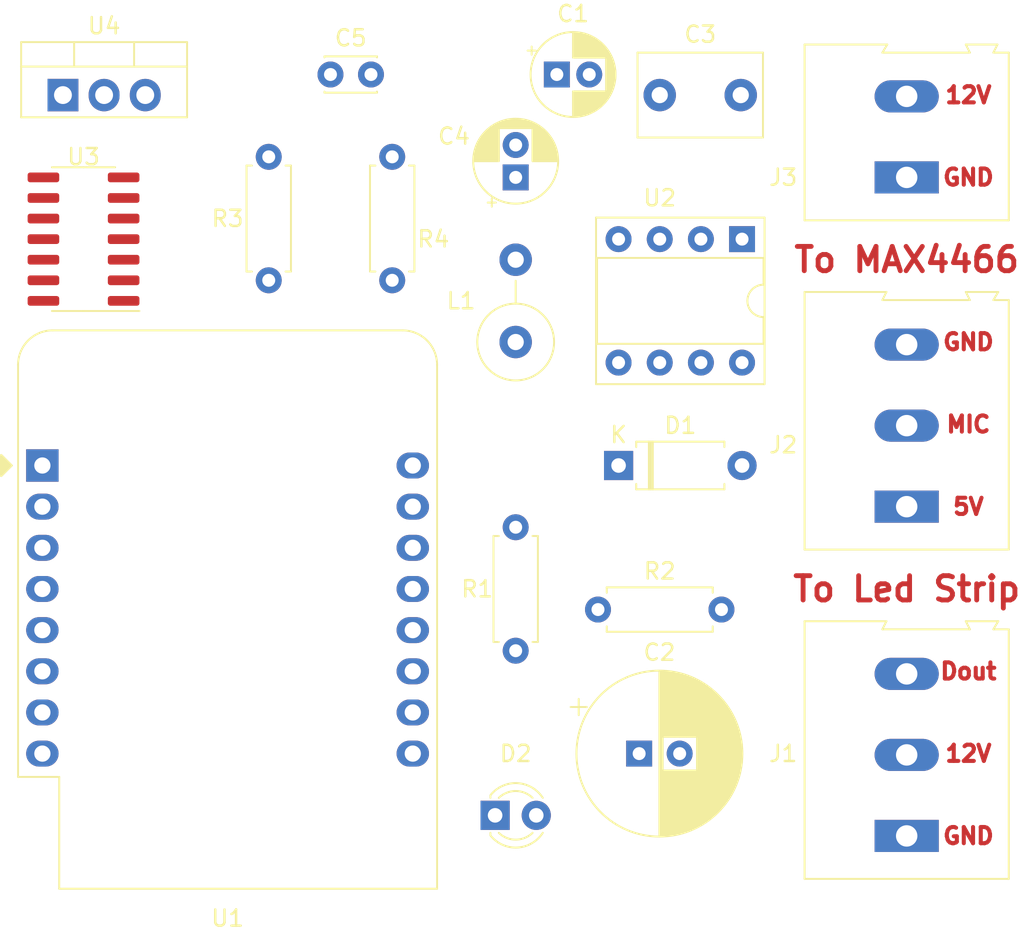
<source format=kicad_pcb>
(kicad_pcb (version 20171130) (host pcbnew "(5.1.10-1-10_14)")

  (general
    (thickness 1.6)
    (drawings 10)
    (tracks 0)
    (zones 0)
    (modules 19)
    (nets 35)
  )

  (page A4)
  (layers
    (0 F.Cu signal)
    (31 B.Cu signal)
    (32 B.Adhes user)
    (33 F.Adhes user)
    (34 B.Paste user)
    (35 F.Paste user)
    (36 B.SilkS user)
    (37 F.SilkS user)
    (38 B.Mask user)
    (39 F.Mask user)
    (40 Dwgs.User user)
    (41 Cmts.User user)
    (42 Eco1.User user)
    (43 Eco2.User user)
    (44 Edge.Cuts user)
    (45 Margin user)
    (46 B.CrtYd user)
    (47 F.CrtYd user)
    (48 B.Fab user hide)
    (49 F.Fab user hide)
  )

  (setup
    (last_trace_width 0.25)
    (trace_clearance 0.2)
    (zone_clearance 0.508)
    (zone_45_only no)
    (trace_min 0.2)
    (via_size 0.8)
    (via_drill 0.4)
    (via_min_size 0.4)
    (via_min_drill 0.3)
    (uvia_size 0.3)
    (uvia_drill 0.1)
    (uvias_allowed no)
    (uvia_min_size 0.2)
    (uvia_min_drill 0.1)
    (edge_width 0.05)
    (segment_width 0.2)
    (pcb_text_width 0.3)
    (pcb_text_size 1.5 1.5)
    (mod_edge_width 0.12)
    (mod_text_size 1 1)
    (mod_text_width 0.15)
    (pad_size 1.524 1.524)
    (pad_drill 0.762)
    (pad_to_mask_clearance 0)
    (aux_axis_origin 0 0)
    (visible_elements FFFFFF7F)
    (pcbplotparams
      (layerselection 0x010fc_ffffffff)
      (usegerberextensions false)
      (usegerberattributes true)
      (usegerberadvancedattributes true)
      (creategerberjobfile true)
      (excludeedgelayer true)
      (linewidth 0.100000)
      (plotframeref false)
      (viasonmask false)
      (mode 1)
      (useauxorigin false)
      (hpglpennumber 1)
      (hpglpenspeed 20)
      (hpglpendiameter 15.000000)
      (psnegative false)
      (psa4output false)
      (plotreference true)
      (plotvalue true)
      (plotinvisibletext false)
      (padsonsilk false)
      (subtractmaskfromsilk false)
      (outputformat 1)
      (mirror false)
      (drillshape 1)
      (scaleselection 1)
      (outputdirectory ""))
  )

  (net 0 "")
  (net 1 GND)
  (net 2 12VDC)
  (net 3 "Net-(C3-Pad2)")
  (net 4 "Net-(C3-Pad1)")
  (net 5 3V3DC)
  (net 6 "Net-(D2-Pad2)")
  (net 7 "Net-(J1-Pad3)")
  (net 8 "Net-(J2-Pad2)")
  (net 9 5VDC)
  (net 10 "Net-(R2-Pad2)")
  (net 11 "Net-(R3-Pad1)")
  (net 12 "Net-(U1-Pad16)")
  (net 13 "Net-(U1-Pad15)")
  (net 14 "Net-(U1-Pad14)")
  (net 15 "Net-(U1-Pad13)")
  (net 16 "Net-(U1-Pad12)")
  (net 17 "Net-(U1-Pad11)")
  (net 18 "Net-(U1-Pad9)")
  (net 19 "Net-(U1-Pad7)")
  (net 20 "Net-(U1-Pad6)")
  (net 21 "Net-(U1-Pad5)")
  (net 22 "Net-(U1-Pad4)")
  (net 23 "Net-(U1-Pad3)")
  (net 24 "Net-(U1-Pad1)")
  (net 25 "Net-(U1-Pad2)")
  (net 26 "Net-(U2-Pad3)")
  (net 27 "Net-(U2-Pad2)")
  (net 28 "Net-(U2-Pad5)")
  (net 29 "Net-(U3-Pad11)")
  (net 30 "Net-(U3-Pad10)")
  (net 31 "Net-(U3-Pad9)")
  (net 32 "Net-(U3-Pad6)")
  (net 33 "Net-(U3-Pad5)")
  (net 34 "Net-(U3-Pad4)")

  (net_class Default "This is the default net class."
    (clearance 0.2)
    (trace_width 0.25)
    (via_dia 0.8)
    (via_drill 0.4)
    (uvia_dia 0.3)
    (uvia_drill 0.1)
    (add_net 12VDC)
    (add_net 3V3DC)
    (add_net 5VDC)
    (add_net GND)
    (add_net "Net-(C3-Pad1)")
    (add_net "Net-(C3-Pad2)")
    (add_net "Net-(D2-Pad2)")
    (add_net "Net-(J1-Pad3)")
    (add_net "Net-(J2-Pad2)")
    (add_net "Net-(R2-Pad2)")
    (add_net "Net-(R3-Pad1)")
    (add_net "Net-(U1-Pad1)")
    (add_net "Net-(U1-Pad11)")
    (add_net "Net-(U1-Pad12)")
    (add_net "Net-(U1-Pad13)")
    (add_net "Net-(U1-Pad14)")
    (add_net "Net-(U1-Pad15)")
    (add_net "Net-(U1-Pad16)")
    (add_net "Net-(U1-Pad2)")
    (add_net "Net-(U1-Pad3)")
    (add_net "Net-(U1-Pad4)")
    (add_net "Net-(U1-Pad5)")
    (add_net "Net-(U1-Pad6)")
    (add_net "Net-(U1-Pad7)")
    (add_net "Net-(U1-Pad9)")
    (add_net "Net-(U2-Pad2)")
    (add_net "Net-(U2-Pad3)")
    (add_net "Net-(U2-Pad5)")
    (add_net "Net-(U3-Pad10)")
    (add_net "Net-(U3-Pad11)")
    (add_net "Net-(U3-Pad4)")
    (add_net "Net-(U3-Pad5)")
    (add_net "Net-(U3-Pad6)")
    (add_net "Net-(U3-Pad9)")
  )

  (module Capacitor_THT:C_Disc_D3.0mm_W2.0mm_P2.50mm (layer F.Cu) (tedit 5AE50EF0) (tstamp 6165FAF0)
    (at 234.95 130.81)
    (descr "C, Disc series, Radial, pin pitch=2.50mm, , diameter*width=3*2mm^2, Capacitor")
    (tags "C Disc series Radial pin pitch 2.50mm  diameter 3mm width 2mm Capacitor")
    (path /617A57C0)
    (fp_text reference C5 (at 1.25 -2.25) (layer F.SilkS)
      (effects (font (size 1 1) (thickness 0.15)))
    )
    (fp_text value 0.1uF (at 1.25 2.25) (layer F.Fab)
      (effects (font (size 1 1) (thickness 0.15)))
    )
    (fp_text user %R (at 1.25 0) (layer F.Fab)
      (effects (font (size 0.6 0.6) (thickness 0.09)))
    )
    (fp_line (start -0.25 -1) (end -0.25 1) (layer F.Fab) (width 0.1))
    (fp_line (start -0.25 1) (end 2.75 1) (layer F.Fab) (width 0.1))
    (fp_line (start 2.75 1) (end 2.75 -1) (layer F.Fab) (width 0.1))
    (fp_line (start 2.75 -1) (end -0.25 -1) (layer F.Fab) (width 0.1))
    (fp_line (start -0.37 -1.12) (end 2.87 -1.12) (layer F.SilkS) (width 0.12))
    (fp_line (start -0.37 1.12) (end 2.87 1.12) (layer F.SilkS) (width 0.12))
    (fp_line (start -0.37 -1.12) (end -0.37 -1.055) (layer F.SilkS) (width 0.12))
    (fp_line (start -0.37 1.055) (end -0.37 1.12) (layer F.SilkS) (width 0.12))
    (fp_line (start 2.87 -1.12) (end 2.87 -1.055) (layer F.SilkS) (width 0.12))
    (fp_line (start 2.87 1.055) (end 2.87 1.12) (layer F.SilkS) (width 0.12))
    (fp_line (start -1.05 -1.25) (end -1.05 1.25) (layer F.CrtYd) (width 0.05))
    (fp_line (start -1.05 1.25) (end 3.55 1.25) (layer F.CrtYd) (width 0.05))
    (fp_line (start 3.55 1.25) (end 3.55 -1.25) (layer F.CrtYd) (width 0.05))
    (fp_line (start 3.55 -1.25) (end -1.05 -1.25) (layer F.CrtYd) (width 0.05))
    (pad 2 thru_hole circle (at 2.5 0) (size 1.6 1.6) (drill 0.8) (layers *.Cu *.Mask)
      (net 1 GND))
    (pad 1 thru_hole circle (at 0 0) (size 1.6 1.6) (drill 0.8) (layers *.Cu *.Mask)
      (net 2 12VDC))
    (model ${KISYS3DMOD}/Capacitor_THT.3dshapes/C_Disc_D3.0mm_W2.0mm_P2.50mm.wrl
      (at (xyz 0 0 0))
      (scale (xyz 1 1 1))
      (rotate (xyz 0 0 0))
    )
  )

  (module Package_TO_SOT_THT:TO-220-3_Vertical (layer F.Cu) (tedit 5AC8BA0D) (tstamp 616609FF)
    (at 218.44 132.08)
    (descr "TO-220-3, Vertical, RM 2.54mm, see https://www.vishay.com/docs/66542/to-220-1.pdf")
    (tags "TO-220-3 Vertical RM 2.54mm")
    (path /616E6268)
    (fp_text reference U4 (at 2.54 -4.27) (layer F.SilkS)
      (effects (font (size 1 1) (thickness 0.15)))
    )
    (fp_text value LM317_TO-220 (at 2.54 2.5) (layer F.Fab)
      (effects (font (size 1 1) (thickness 0.15)))
    )
    (fp_line (start 7.79 -3.4) (end -2.71 -3.4) (layer F.CrtYd) (width 0.05))
    (fp_line (start 7.79 1.51) (end 7.79 -3.4) (layer F.CrtYd) (width 0.05))
    (fp_line (start -2.71 1.51) (end 7.79 1.51) (layer F.CrtYd) (width 0.05))
    (fp_line (start -2.71 -3.4) (end -2.71 1.51) (layer F.CrtYd) (width 0.05))
    (fp_line (start 4.391 -3.27) (end 4.391 -1.76) (layer F.SilkS) (width 0.12))
    (fp_line (start 0.69 -3.27) (end 0.69 -1.76) (layer F.SilkS) (width 0.12))
    (fp_line (start -2.58 -1.76) (end 7.66 -1.76) (layer F.SilkS) (width 0.12))
    (fp_line (start 7.66 -3.27) (end 7.66 1.371) (layer F.SilkS) (width 0.12))
    (fp_line (start -2.58 -3.27) (end -2.58 1.371) (layer F.SilkS) (width 0.12))
    (fp_line (start -2.58 1.371) (end 7.66 1.371) (layer F.SilkS) (width 0.12))
    (fp_line (start -2.58 -3.27) (end 7.66 -3.27) (layer F.SilkS) (width 0.12))
    (fp_line (start 4.39 -3.15) (end 4.39 -1.88) (layer F.Fab) (width 0.1))
    (fp_line (start 0.69 -3.15) (end 0.69 -1.88) (layer F.Fab) (width 0.1))
    (fp_line (start -2.46 -1.88) (end 7.54 -1.88) (layer F.Fab) (width 0.1))
    (fp_line (start 7.54 -3.15) (end -2.46 -3.15) (layer F.Fab) (width 0.1))
    (fp_line (start 7.54 1.25) (end 7.54 -3.15) (layer F.Fab) (width 0.1))
    (fp_line (start -2.46 1.25) (end 7.54 1.25) (layer F.Fab) (width 0.1))
    (fp_line (start -2.46 -3.15) (end -2.46 1.25) (layer F.Fab) (width 0.1))
    (fp_text user %R (at 2.54 -4.27) (layer F.Fab)
      (effects (font (size 1 1) (thickness 0.15)))
    )
    (pad 3 thru_hole oval (at 5.08 0) (size 1.905 2) (drill 1.1) (layers *.Cu *.Mask)
      (net 2 12VDC))
    (pad 2 thru_hole oval (at 2.54 0) (size 1.905 2) (drill 1.1) (layers *.Cu *.Mask)
      (net 9 5VDC))
    (pad 1 thru_hole rect (at 0 0) (size 1.905 2) (drill 1.1) (layers *.Cu *.Mask)
      (net 11 "Net-(R3-Pad1)"))
    (model ${KISYS3DMOD}/Package_TO_SOT_THT.3dshapes/TO-220-3_Vertical.wrl
      (at (xyz 0 0 0))
      (scale (xyz 1 1 1))
      (rotate (xyz 0 0 0))
    )
  )

  (module Package_SO:SOIC-14_3.9x8.7mm_P1.27mm (layer F.Cu) (tedit 5D9F72B1) (tstamp 61659915)
    (at 219.71 140.97 180)
    (descr "SOIC, 14 Pin (JEDEC MS-012AB, https://www.analog.com/media/en/package-pcb-resources/package/pkg_pdf/soic_narrow-r/r_14.pdf), generated with kicad-footprint-generator ipc_gullwing_generator.py")
    (tags "SOIC SO")
    (path /616DA527)
    (attr smd)
    (fp_text reference U3 (at 0 5.08) (layer F.SilkS)
      (effects (font (size 1 1) (thickness 0.15)))
    )
    (fp_text value TXB0104D (at 0 5.28) (layer F.Fab)
      (effects (font (size 1 1) (thickness 0.15)))
    )
    (fp_line (start 3.7 -4.58) (end -3.7 -4.58) (layer F.CrtYd) (width 0.05))
    (fp_line (start 3.7 4.58) (end 3.7 -4.58) (layer F.CrtYd) (width 0.05))
    (fp_line (start -3.7 4.58) (end 3.7 4.58) (layer F.CrtYd) (width 0.05))
    (fp_line (start -3.7 -4.58) (end -3.7 4.58) (layer F.CrtYd) (width 0.05))
    (fp_line (start -1.95 -3.35) (end -0.975 -4.325) (layer F.Fab) (width 0.1))
    (fp_line (start -1.95 4.325) (end -1.95 -3.35) (layer F.Fab) (width 0.1))
    (fp_line (start 1.95 4.325) (end -1.95 4.325) (layer F.Fab) (width 0.1))
    (fp_line (start 1.95 -4.325) (end 1.95 4.325) (layer F.Fab) (width 0.1))
    (fp_line (start -0.975 -4.325) (end 1.95 -4.325) (layer F.Fab) (width 0.1))
    (fp_line (start 0 -4.435) (end -3.45 -4.435) (layer F.SilkS) (width 0.12))
    (fp_line (start 0 -4.435) (end 1.95 -4.435) (layer F.SilkS) (width 0.12))
    (fp_line (start 0 4.435) (end -1.95 4.435) (layer F.SilkS) (width 0.12))
    (fp_line (start 0 4.435) (end 1.95 4.435) (layer F.SilkS) (width 0.12))
    (fp_text user %R (at 0 0) (layer F.Fab)
      (effects (font (size 0.98 0.98) (thickness 0.15)))
    )
    (pad 14 smd roundrect (at 2.475 -3.81 180) (size 1.95 0.6) (layers F.Cu F.Paste F.Mask) (roundrect_rratio 0.25)
      (net 9 5VDC))
    (pad 13 smd roundrect (at 2.475 -2.54 180) (size 1.95 0.6) (layers F.Cu F.Paste F.Mask) (roundrect_rratio 0.25)
      (net 10 "Net-(R2-Pad2)"))
    (pad 12 smd roundrect (at 2.475 -1.27 180) (size 1.95 0.6) (layers F.Cu F.Paste F.Mask) (roundrect_rratio 0.25)
      (net 8 "Net-(J2-Pad2)"))
    (pad 11 smd roundrect (at 2.475 0 180) (size 1.95 0.6) (layers F.Cu F.Paste F.Mask) (roundrect_rratio 0.25)
      (net 29 "Net-(U3-Pad11)"))
    (pad 10 smd roundrect (at 2.475 1.27 180) (size 1.95 0.6) (layers F.Cu F.Paste F.Mask) (roundrect_rratio 0.25)
      (net 30 "Net-(U3-Pad10)"))
    (pad 9 smd roundrect (at 2.475 2.54 180) (size 1.95 0.6) (layers F.Cu F.Paste F.Mask) (roundrect_rratio 0.25)
      (net 31 "Net-(U3-Pad9)"))
    (pad 8 smd roundrect (at 2.475 3.81 180) (size 1.95 0.6) (layers F.Cu F.Paste F.Mask) (roundrect_rratio 0.25)
      (net 5 3V3DC))
    (pad 7 smd roundrect (at -2.475 3.81 180) (size 1.95 0.6) (layers F.Cu F.Paste F.Mask) (roundrect_rratio 0.25)
      (net 1 GND))
    (pad 6 smd roundrect (at -2.475 2.54 180) (size 1.95 0.6) (layers F.Cu F.Paste F.Mask) (roundrect_rratio 0.25)
      (net 32 "Net-(U3-Pad6)"))
    (pad 5 smd roundrect (at -2.475 1.27 180) (size 1.95 0.6) (layers F.Cu F.Paste F.Mask) (roundrect_rratio 0.25)
      (net 33 "Net-(U3-Pad5)"))
    (pad 4 smd roundrect (at -2.475 0 180) (size 1.95 0.6) (layers F.Cu F.Paste F.Mask) (roundrect_rratio 0.25)
      (net 34 "Net-(U3-Pad4)"))
    (pad 3 smd roundrect (at -2.475 -1.27 180) (size 1.95 0.6) (layers F.Cu F.Paste F.Mask) (roundrect_rratio 0.25)
      (net 25 "Net-(U1-Pad2)"))
    (pad 2 smd roundrect (at -2.475 -2.54 180) (size 1.95 0.6) (layers F.Cu F.Paste F.Mask) (roundrect_rratio 0.25)
      (net 19 "Net-(U1-Pad7)"))
    (pad 1 smd roundrect (at -2.475 -3.81 180) (size 1.95 0.6) (layers F.Cu F.Paste F.Mask) (roundrect_rratio 0.25)
      (net 5 3V3DC))
    (model ${KISYS3DMOD}/Package_SO.3dshapes/SOIC-14_3.9x8.7mm_P1.27mm.wrl
      (at (xyz 0 0 0))
      (scale (xyz 1 1 1))
      (rotate (xyz 0 0 0))
    )
  )

  (module Package_DIP:DIP-8_W7.62mm_Socket (layer F.Cu) (tedit 5A02E8C5) (tstamp 616598F5)
    (at 260.35 140.97 270)
    (descr "8-lead though-hole mounted DIP package, row spacing 7.62 mm (300 mils), Socket")
    (tags "THT DIP DIL PDIP 2.54mm 7.62mm 300mil Socket")
    (path /60865A93)
    (fp_text reference U2 (at -2.54 5.08 180) (layer F.SilkS)
      (effects (font (size 1 1) (thickness 0.15)))
    )
    (fp_text value LM2674N-3.3/NOPB (at 3.81 9.95 90) (layer F.Fab)
      (effects (font (size 1 1) (thickness 0.15)))
    )
    (fp_line (start 9.15 -1.6) (end -1.55 -1.6) (layer F.CrtYd) (width 0.05))
    (fp_line (start 9.15 9.2) (end 9.15 -1.6) (layer F.CrtYd) (width 0.05))
    (fp_line (start -1.55 9.2) (end 9.15 9.2) (layer F.CrtYd) (width 0.05))
    (fp_line (start -1.55 -1.6) (end -1.55 9.2) (layer F.CrtYd) (width 0.05))
    (fp_line (start 8.95 -1.39) (end -1.33 -1.39) (layer F.SilkS) (width 0.12))
    (fp_line (start 8.95 9.01) (end 8.95 -1.39) (layer F.SilkS) (width 0.12))
    (fp_line (start -1.33 9.01) (end 8.95 9.01) (layer F.SilkS) (width 0.12))
    (fp_line (start -1.33 -1.39) (end -1.33 9.01) (layer F.SilkS) (width 0.12))
    (fp_line (start 6.46 -1.33) (end 4.81 -1.33) (layer F.SilkS) (width 0.12))
    (fp_line (start 6.46 8.95) (end 6.46 -1.33) (layer F.SilkS) (width 0.12))
    (fp_line (start 1.16 8.95) (end 6.46 8.95) (layer F.SilkS) (width 0.12))
    (fp_line (start 1.16 -1.33) (end 1.16 8.95) (layer F.SilkS) (width 0.12))
    (fp_line (start 2.81 -1.33) (end 1.16 -1.33) (layer F.SilkS) (width 0.12))
    (fp_line (start 8.89 -1.33) (end -1.27 -1.33) (layer F.Fab) (width 0.1))
    (fp_line (start 8.89 8.95) (end 8.89 -1.33) (layer F.Fab) (width 0.1))
    (fp_line (start -1.27 8.95) (end 8.89 8.95) (layer F.Fab) (width 0.1))
    (fp_line (start -1.27 -1.33) (end -1.27 8.95) (layer F.Fab) (width 0.1))
    (fp_line (start 0.635 -0.27) (end 1.635 -1.27) (layer F.Fab) (width 0.1))
    (fp_line (start 0.635 8.89) (end 0.635 -0.27) (layer F.Fab) (width 0.1))
    (fp_line (start 6.985 8.89) (end 0.635 8.89) (layer F.Fab) (width 0.1))
    (fp_line (start 6.985 -1.27) (end 6.985 8.89) (layer F.Fab) (width 0.1))
    (fp_line (start 1.635 -1.27) (end 6.985 -1.27) (layer F.Fab) (width 0.1))
    (fp_text user %R (at 3.81 3.81 90) (layer F.Fab)
      (effects (font (size 1 1) (thickness 0.15)))
    )
    (fp_arc (start 3.81 -1.33) (end 2.81 -1.33) (angle -180) (layer F.SilkS) (width 0.12))
    (pad 8 thru_hole oval (at 7.62 0 270) (size 1.6 1.6) (drill 0.8) (layers *.Cu *.Mask)
      (net 4 "Net-(C3-Pad1)"))
    (pad 4 thru_hole oval (at 0 7.62 270) (size 1.6 1.6) (drill 0.8) (layers *.Cu *.Mask)
      (net 5 3V3DC))
    (pad 7 thru_hole oval (at 7.62 2.54 270) (size 1.6 1.6) (drill 0.8) (layers *.Cu *.Mask)
      (net 2 12VDC))
    (pad 3 thru_hole oval (at 0 5.08 270) (size 1.6 1.6) (drill 0.8) (layers *.Cu *.Mask)
      (net 26 "Net-(U2-Pad3)"))
    (pad 6 thru_hole oval (at 7.62 5.08 270) (size 1.6 1.6) (drill 0.8) (layers *.Cu *.Mask)
      (net 1 GND))
    (pad 2 thru_hole oval (at 0 2.54 270) (size 1.6 1.6) (drill 0.8) (layers *.Cu *.Mask)
      (net 27 "Net-(U2-Pad2)"))
    (pad 5 thru_hole oval (at 7.62 7.62 270) (size 1.6 1.6) (drill 0.8) (layers *.Cu *.Mask)
      (net 28 "Net-(U2-Pad5)"))
    (pad 1 thru_hole rect (at 0 0 270) (size 1.6 1.6) (drill 0.8) (layers *.Cu *.Mask)
      (net 3 "Net-(C3-Pad2)"))
    (model ${KISYS3DMOD}/Package_DIP.3dshapes/DIP-8_W7.62mm_Socket.wrl
      (at (xyz 0 0 0))
      (scale (xyz 1 1 1))
      (rotate (xyz 0 0 0))
    )
  )

  (module Module:WEMOS_D1_mini_light (layer F.Cu) (tedit 5BBFB1CE) (tstamp 61660674)
    (at 217.17 154.94)
    (descr "16-pin module, column spacing 22.86 mm (900 mils), https://wiki.wemos.cc/products:d1:d1_mini, https://c1.staticflickr.com/1/734/31400410271_f278b087db_z.jpg")
    (tags "ESP8266 WiFi microcontroller")
    (path /6164A7A0)
    (fp_text reference U1 (at 11.43 27.94) (layer F.SilkS)
      (effects (font (size 1 1) (thickness 0.15)))
    )
    (fp_text value WeMos_D1_mini (at 11.7 0) (layer F.Fab)
      (effects (font (size 1 1) (thickness 0.15)))
    )
    (fp_line (start 1.04 19.22) (end 1.04 26.12) (layer F.SilkS) (width 0.12))
    (fp_line (start -1.5 19.22) (end 1.04 19.22) (layer F.SilkS) (width 0.12))
    (fp_line (start -0.37 0) (end -1.37 -1) (layer F.Fab) (width 0.1))
    (fp_line (start -1.37 1) (end -0.37 0) (layer F.Fab) (width 0.1))
    (fp_line (start -1.37 -6.21) (end -1.37 -1) (layer F.Fab) (width 0.1))
    (fp_line (start 1.17 19.09) (end 1.17 25.99) (layer F.Fab) (width 0.1))
    (fp_line (start -1.37 19.09) (end 1.17 19.09) (layer F.Fab) (width 0.1))
    (fp_line (start -1.35 -7.4) (end -0.55 -8.2) (layer Dwgs.User) (width 0.1))
    (fp_line (start -1.3 -5.45) (end 1.45 -8.2) (layer Dwgs.User) (width 0.1))
    (fp_line (start -1.35 -3.4) (end 3.45 -8.2) (layer Dwgs.User) (width 0.1))
    (fp_line (start 22.65 -1.4) (end 24.25 -3) (layer Dwgs.User) (width 0.1))
    (fp_line (start 20.65 -1.4) (end 24.25 -5) (layer Dwgs.User) (width 0.1))
    (fp_line (start 18.65 -1.4) (end 24.25 -7) (layer Dwgs.User) (width 0.1))
    (fp_line (start 16.65 -1.4) (end 23.45 -8.2) (layer Dwgs.User) (width 0.1))
    (fp_line (start 14.65 -1.4) (end 21.45 -8.2) (layer Dwgs.User) (width 0.1))
    (fp_line (start 12.65 -1.4) (end 19.45 -8.2) (layer Dwgs.User) (width 0.1))
    (fp_line (start 10.65 -1.4) (end 17.45 -8.2) (layer Dwgs.User) (width 0.1))
    (fp_line (start 8.65 -1.4) (end 15.45 -8.2) (layer Dwgs.User) (width 0.1))
    (fp_line (start 6.65 -1.4) (end 13.45 -8.2) (layer Dwgs.User) (width 0.1))
    (fp_line (start 4.65 -1.4) (end 11.45 -8.2) (layer Dwgs.User) (width 0.1))
    (fp_line (start 2.65 -1.4) (end 9.45 -8.2) (layer Dwgs.User) (width 0.1))
    (fp_line (start 0.65 -1.4) (end 7.45 -8.2) (layer Dwgs.User) (width 0.1))
    (fp_line (start -1.35 -1.4) (end 5.45 -8.2) (layer Dwgs.User) (width 0.1))
    (fp_line (start -1.35 -8.2) (end -1.35 -1.4) (layer Dwgs.User) (width 0.1))
    (fp_line (start 24.25 -8.2) (end -1.35 -8.2) (layer Dwgs.User) (width 0.1))
    (fp_line (start 24.25 -1.4) (end 24.25 -8.2) (layer Dwgs.User) (width 0.1))
    (fp_line (start -1.35 -1.4) (end 24.25 -1.4) (layer Dwgs.User) (width 0.1))
    (fp_poly (pts (xy -2.54 -0.635) (xy -2.54 0.635) (xy -1.905 0)) (layer F.SilkS) (width 0.15))
    (fp_line (start -1.62 26.24) (end -1.62 -8.46) (layer F.CrtYd) (width 0.05))
    (fp_line (start 24.48 26.24) (end -1.62 26.24) (layer F.CrtYd) (width 0.05))
    (fp_line (start 24.48 -8.41) (end 24.48 26.24) (layer F.CrtYd) (width 0.05))
    (fp_line (start -1.62 -8.46) (end 24.48 -8.46) (layer F.CrtYd) (width 0.05))
    (fp_line (start -1.37 1) (end -1.37 19.09) (layer F.Fab) (width 0.1))
    (fp_line (start 22.23 -8.21) (end 0.63 -8.21) (layer F.Fab) (width 0.1))
    (fp_line (start 24.23 25.99) (end 24.23 -6.21) (layer F.Fab) (width 0.1))
    (fp_line (start 1.17 25.99) (end 24.23 25.99) (layer F.Fab) (width 0.1))
    (fp_line (start 22.24 -8.34) (end 0.63 -8.34) (layer F.SilkS) (width 0.12))
    (fp_line (start 24.36 26.12) (end 24.36 -6.21) (layer F.SilkS) (width 0.12))
    (fp_line (start -1.5 19.22) (end -1.5 -6.21) (layer F.SilkS) (width 0.12))
    (fp_line (start 1.04 26.12) (end 24.36 26.12) (layer F.SilkS) (width 0.12))
    (fp_text user "No copper" (at 11.43 -3.81) (layer Cmts.User)
      (effects (font (size 1 1) (thickness 0.15)))
    )
    (fp_text user "KEEP OUT" (at 11.43 -6.35) (layer Cmts.User)
      (effects (font (size 1 1) (thickness 0.15)))
    )
    (fp_arc (start 22.23 -6.21) (end 24.36 -6.21) (angle -90) (layer F.SilkS) (width 0.12))
    (fp_arc (start 0.63 -6.21) (end 0.63 -8.34) (angle -90) (layer F.SilkS) (width 0.12))
    (fp_arc (start 22.23 -6.21) (end 24.23 -6.19) (angle -90) (layer F.Fab) (width 0.1))
    (fp_arc (start 0.63 -6.21) (end 0.63 -8.21) (angle -90) (layer F.Fab) (width 0.1))
    (fp_text user %R (at 11.43 10) (layer F.Fab)
      (effects (font (size 1 1) (thickness 0.15)))
    )
    (pad 16 thru_hole oval (at 22.86 0) (size 2 1.6) (drill 1) (layers *.Cu *.Mask)
      (net 12 "Net-(U1-Pad16)"))
    (pad 15 thru_hole oval (at 22.86 2.54) (size 2 1.6) (drill 1) (layers *.Cu *.Mask)
      (net 13 "Net-(U1-Pad15)"))
    (pad 14 thru_hole oval (at 22.86 5.08) (size 2 1.6) (drill 1) (layers *.Cu *.Mask)
      (net 14 "Net-(U1-Pad14)"))
    (pad 13 thru_hole oval (at 22.86 7.62) (size 2 1.6) (drill 1) (layers *.Cu *.Mask)
      (net 15 "Net-(U1-Pad13)"))
    (pad 12 thru_hole oval (at 22.86 10.16) (size 2 1.6) (drill 1) (layers *.Cu *.Mask)
      (net 16 "Net-(U1-Pad12)"))
    (pad 11 thru_hole oval (at 22.86 12.7) (size 2 1.6) (drill 1) (layers *.Cu *.Mask)
      (net 17 "Net-(U1-Pad11)"))
    (pad 10 thru_hole oval (at 22.86 15.24) (size 2 1.6) (drill 1) (layers *.Cu *.Mask)
      (net 1 GND))
    (pad 9 thru_hole oval (at 22.86 17.78) (size 2 1.6) (drill 1) (layers *.Cu *.Mask)
      (net 18 "Net-(U1-Pad9)"))
    (pad 8 thru_hole oval (at 0 17.78) (size 2 1.6) (drill 1) (layers *.Cu *.Mask)
      (net 5 3V3DC))
    (pad 7 thru_hole oval (at 0 15.24) (size 2 1.6) (drill 1) (layers *.Cu *.Mask)
      (net 19 "Net-(U1-Pad7)"))
    (pad 6 thru_hole oval (at 0 12.7) (size 2 1.6) (drill 1) (layers *.Cu *.Mask)
      (net 20 "Net-(U1-Pad6)"))
    (pad 5 thru_hole oval (at 0 10.16) (size 2 1.6) (drill 1) (layers *.Cu *.Mask)
      (net 21 "Net-(U1-Pad5)"))
    (pad 4 thru_hole oval (at 0 7.62) (size 2 1.6) (drill 1) (layers *.Cu *.Mask)
      (net 22 "Net-(U1-Pad4)"))
    (pad 3 thru_hole oval (at 0 5.08) (size 2 1.6) (drill 1) (layers *.Cu *.Mask)
      (net 23 "Net-(U1-Pad3)"))
    (pad 1 thru_hole rect (at 0 0) (size 2 2) (drill 1) (layers *.Cu *.Mask)
      (net 24 "Net-(U1-Pad1)"))
    (pad 2 thru_hole oval (at 0 2.54) (size 2 1.6) (drill 1) (layers *.Cu *.Mask)
      (net 25 "Net-(U1-Pad2)"))
    (model ${KISYS3DMOD}/Module.3dshapes/WEMOS_D1_mini_light.wrl
      (at (xyz 0 0 0))
      (scale (xyz 1 1 1))
      (rotate (xyz 0 0 0))
    )
    (model ${KISYS3DMOD}/Connector_PinHeader_2.54mm.3dshapes/PinHeader_1x08_P2.54mm_Vertical.wrl
      (offset (xyz 0 0 9.5))
      (scale (xyz 1 1 1))
      (rotate (xyz 0 -180 0))
    )
    (model ${KISYS3DMOD}/Connector_PinHeader_2.54mm.3dshapes/PinHeader_1x08_P2.54mm_Vertical.wrl
      (offset (xyz 22.86 0 9.5))
      (scale (xyz 1 1 1))
      (rotate (xyz 0 -180 0))
    )
    (model ${KISYS3DMOD}/Connector_PinSocket_2.54mm.3dshapes/PinSocket_1x08_P2.54mm_Vertical.wrl
      (at (xyz 0 0 0))
      (scale (xyz 1 1 1))
      (rotate (xyz 0 0 0))
    )
    (model ${KISYS3DMOD}/Connector_PinSocket_2.54mm.3dshapes/PinSocket_1x08_P2.54mm_Vertical.wrl
      (offset (xyz 22.86 0 0))
      (scale (xyz 1 1 1))
      (rotate (xyz 0 0 0))
    )
  )

  (module Resistor_THT:R_Axial_DIN0207_L6.3mm_D2.5mm_P7.62mm_Horizontal (layer F.Cu) (tedit 5AE5139B) (tstamp 6165988E)
    (at 238.76 135.89 270)
    (descr "Resistor, Axial_DIN0207 series, Axial, Horizontal, pin pitch=7.62mm, 0.25W = 1/4W, length*diameter=6.3*2.5mm^2, http://cdn-reichelt.de/documents/datenblatt/B400/1_4W%23YAG.pdf")
    (tags "Resistor Axial_DIN0207 series Axial Horizontal pin pitch 7.62mm 0.25W = 1/4W length 6.3mm diameter 2.5mm")
    (path /616E75C2)
    (fp_text reference R4 (at 5.08 -2.54) (layer F.SilkS)
      (effects (font (size 1 1) (thickness 0.15)))
    )
    (fp_text value 330 (at 3.81 2.37 90) (layer F.Fab)
      (effects (font (size 1 1) (thickness 0.15)))
    )
    (fp_line (start 8.67 -1.5) (end -1.05 -1.5) (layer F.CrtYd) (width 0.05))
    (fp_line (start 8.67 1.5) (end 8.67 -1.5) (layer F.CrtYd) (width 0.05))
    (fp_line (start -1.05 1.5) (end 8.67 1.5) (layer F.CrtYd) (width 0.05))
    (fp_line (start -1.05 -1.5) (end -1.05 1.5) (layer F.CrtYd) (width 0.05))
    (fp_line (start 7.08 1.37) (end 7.08 1.04) (layer F.SilkS) (width 0.12))
    (fp_line (start 0.54 1.37) (end 7.08 1.37) (layer F.SilkS) (width 0.12))
    (fp_line (start 0.54 1.04) (end 0.54 1.37) (layer F.SilkS) (width 0.12))
    (fp_line (start 7.08 -1.37) (end 7.08 -1.04) (layer F.SilkS) (width 0.12))
    (fp_line (start 0.54 -1.37) (end 7.08 -1.37) (layer F.SilkS) (width 0.12))
    (fp_line (start 0.54 -1.04) (end 0.54 -1.37) (layer F.SilkS) (width 0.12))
    (fp_line (start 7.62 0) (end 6.96 0) (layer F.Fab) (width 0.1))
    (fp_line (start 0 0) (end 0.66 0) (layer F.Fab) (width 0.1))
    (fp_line (start 6.96 -1.25) (end 0.66 -1.25) (layer F.Fab) (width 0.1))
    (fp_line (start 6.96 1.25) (end 6.96 -1.25) (layer F.Fab) (width 0.1))
    (fp_line (start 0.66 1.25) (end 6.96 1.25) (layer F.Fab) (width 0.1))
    (fp_line (start 0.66 -1.25) (end 0.66 1.25) (layer F.Fab) (width 0.1))
    (fp_text user %R (at 3.81 0 90) (layer F.Fab)
      (effects (font (size 1 1) (thickness 0.15)))
    )
    (pad 2 thru_hole oval (at 7.62 0 270) (size 1.6 1.6) (drill 0.8) (layers *.Cu *.Mask)
      (net 9 5VDC))
    (pad 1 thru_hole circle (at 0 0 270) (size 1.6 1.6) (drill 0.8) (layers *.Cu *.Mask)
      (net 1 GND))
    (model ${KISYS3DMOD}/Resistor_THT.3dshapes/R_Axial_DIN0207_L6.3mm_D2.5mm_P7.62mm_Horizontal.wrl
      (at (xyz 0 0 0))
      (scale (xyz 1 1 1))
      (rotate (xyz 0 0 0))
    )
  )

  (module Resistor_THT:R_Axial_DIN0207_L6.3mm_D2.5mm_P7.62mm_Horizontal (layer F.Cu) (tedit 5AE5139B) (tstamp 6165B7D2)
    (at 231.14 143.51 90)
    (descr "Resistor, Axial_DIN0207 series, Axial, Horizontal, pin pitch=7.62mm, 0.25W = 1/4W, length*diameter=6.3*2.5mm^2, http://cdn-reichelt.de/documents/datenblatt/B400/1_4W%23YAG.pdf")
    (tags "Resistor Axial_DIN0207 series Axial Horizontal pin pitch 7.62mm 0.25W = 1/4W length 6.3mm diameter 2.5mm")
    (path /616EACA8)
    (fp_text reference R3 (at 3.81 -2.54 180) (layer F.SilkS)
      (effects (font (size 1 1) (thickness 0.15)))
    )
    (fp_text value 1000 (at 3.81 2.37 90) (layer F.Fab)
      (effects (font (size 1 1) (thickness 0.15)))
    )
    (fp_line (start 8.67 -1.5) (end -1.05 -1.5) (layer F.CrtYd) (width 0.05))
    (fp_line (start 8.67 1.5) (end 8.67 -1.5) (layer F.CrtYd) (width 0.05))
    (fp_line (start -1.05 1.5) (end 8.67 1.5) (layer F.CrtYd) (width 0.05))
    (fp_line (start -1.05 -1.5) (end -1.05 1.5) (layer F.CrtYd) (width 0.05))
    (fp_line (start 7.08 1.37) (end 7.08 1.04) (layer F.SilkS) (width 0.12))
    (fp_line (start 0.54 1.37) (end 7.08 1.37) (layer F.SilkS) (width 0.12))
    (fp_line (start 0.54 1.04) (end 0.54 1.37) (layer F.SilkS) (width 0.12))
    (fp_line (start 7.08 -1.37) (end 7.08 -1.04) (layer F.SilkS) (width 0.12))
    (fp_line (start 0.54 -1.37) (end 7.08 -1.37) (layer F.SilkS) (width 0.12))
    (fp_line (start 0.54 -1.04) (end 0.54 -1.37) (layer F.SilkS) (width 0.12))
    (fp_line (start 7.62 0) (end 6.96 0) (layer F.Fab) (width 0.1))
    (fp_line (start 0 0) (end 0.66 0) (layer F.Fab) (width 0.1))
    (fp_line (start 6.96 -1.25) (end 0.66 -1.25) (layer F.Fab) (width 0.1))
    (fp_line (start 6.96 1.25) (end 6.96 -1.25) (layer F.Fab) (width 0.1))
    (fp_line (start 0.66 1.25) (end 6.96 1.25) (layer F.Fab) (width 0.1))
    (fp_line (start 0.66 -1.25) (end 0.66 1.25) (layer F.Fab) (width 0.1))
    (fp_text user %R (at 3.81 0 90) (layer F.Fab)
      (effects (font (size 1 1) (thickness 0.15)))
    )
    (pad 2 thru_hole oval (at 7.62 0 90) (size 1.6 1.6) (drill 0.8) (layers *.Cu *.Mask)
      (net 1 GND))
    (pad 1 thru_hole circle (at 0 0 90) (size 1.6 1.6) (drill 0.8) (layers *.Cu *.Mask)
      (net 11 "Net-(R3-Pad1)"))
    (model ${KISYS3DMOD}/Resistor_THT.3dshapes/R_Axial_DIN0207_L6.3mm_D2.5mm_P7.62mm_Horizontal.wrl
      (at (xyz 0 0 0))
      (scale (xyz 1 1 1))
      (rotate (xyz 0 0 0))
    )
  )

  (module Resistor_THT:R_Axial_DIN0207_L6.3mm_D2.5mm_P7.62mm_Horizontal (layer F.Cu) (tedit 5AE5139B) (tstamp 6165D9CF)
    (at 251.46 163.83)
    (descr "Resistor, Axial_DIN0207 series, Axial, Horizontal, pin pitch=7.62mm, 0.25W = 1/4W, length*diameter=6.3*2.5mm^2, http://cdn-reichelt.de/documents/datenblatt/B400/1_4W%23YAG.pdf")
    (tags "Resistor Axial_DIN0207 series Axial Horizontal pin pitch 7.62mm 0.25W = 1/4W length 6.3mm diameter 2.5mm")
    (path /616F4375)
    (fp_text reference R2 (at 3.81 -2.37) (layer F.SilkS)
      (effects (font (size 1 1) (thickness 0.15)))
    )
    (fp_text value 390 (at 3.81 2.37) (layer F.Fab)
      (effects (font (size 1 1) (thickness 0.15)))
    )
    (fp_line (start 8.67 -1.5) (end -1.05 -1.5) (layer F.CrtYd) (width 0.05))
    (fp_line (start 8.67 1.5) (end 8.67 -1.5) (layer F.CrtYd) (width 0.05))
    (fp_line (start -1.05 1.5) (end 8.67 1.5) (layer F.CrtYd) (width 0.05))
    (fp_line (start -1.05 -1.5) (end -1.05 1.5) (layer F.CrtYd) (width 0.05))
    (fp_line (start 7.08 1.37) (end 7.08 1.04) (layer F.SilkS) (width 0.12))
    (fp_line (start 0.54 1.37) (end 7.08 1.37) (layer F.SilkS) (width 0.12))
    (fp_line (start 0.54 1.04) (end 0.54 1.37) (layer F.SilkS) (width 0.12))
    (fp_line (start 7.08 -1.37) (end 7.08 -1.04) (layer F.SilkS) (width 0.12))
    (fp_line (start 0.54 -1.37) (end 7.08 -1.37) (layer F.SilkS) (width 0.12))
    (fp_line (start 0.54 -1.04) (end 0.54 -1.37) (layer F.SilkS) (width 0.12))
    (fp_line (start 7.62 0) (end 6.96 0) (layer F.Fab) (width 0.1))
    (fp_line (start 0 0) (end 0.66 0) (layer F.Fab) (width 0.1))
    (fp_line (start 6.96 -1.25) (end 0.66 -1.25) (layer F.Fab) (width 0.1))
    (fp_line (start 6.96 1.25) (end 6.96 -1.25) (layer F.Fab) (width 0.1))
    (fp_line (start 0.66 1.25) (end 6.96 1.25) (layer F.Fab) (width 0.1))
    (fp_line (start 0.66 -1.25) (end 0.66 1.25) (layer F.Fab) (width 0.1))
    (fp_text user %R (at 3.81 0) (layer F.Fab)
      (effects (font (size 1 1) (thickness 0.15)))
    )
    (pad 2 thru_hole oval (at 7.62 0) (size 1.6 1.6) (drill 0.8) (layers *.Cu *.Mask)
      (net 10 "Net-(R2-Pad2)"))
    (pad 1 thru_hole circle (at 0 0) (size 1.6 1.6) (drill 0.8) (layers *.Cu *.Mask)
      (net 7 "Net-(J1-Pad3)"))
    (model ${KISYS3DMOD}/Resistor_THT.3dshapes/R_Axial_DIN0207_L6.3mm_D2.5mm_P7.62mm_Horizontal.wrl
      (at (xyz 0 0 0))
      (scale (xyz 1 1 1))
      (rotate (xyz 0 0 0))
    )
  )

  (module Resistor_THT:R_Axial_DIN0207_L6.3mm_D2.5mm_P7.62mm_Horizontal (layer F.Cu) (tedit 5AE5139B) (tstamp 61661E0B)
    (at 246.38 166.37 90)
    (descr "Resistor, Axial_DIN0207 series, Axial, Horizontal, pin pitch=7.62mm, 0.25W = 1/4W, length*diameter=6.3*2.5mm^2, http://cdn-reichelt.de/documents/datenblatt/B400/1_4W%23YAG.pdf")
    (tags "Resistor Axial_DIN0207 series Axial Horizontal pin pitch 7.62mm 0.25W = 1/4W length 6.3mm diameter 2.5mm")
    (path /616500EA)
    (fp_text reference R1 (at 3.81 -2.37 180) (layer F.SilkS)
      (effects (font (size 1 1) (thickness 0.15)))
    )
    (fp_text value 390 (at 3.81 2.37 90) (layer F.Fab)
      (effects (font (size 1 1) (thickness 0.15)))
    )
    (fp_line (start 8.67 -1.5) (end -1.05 -1.5) (layer F.CrtYd) (width 0.05))
    (fp_line (start 8.67 1.5) (end 8.67 -1.5) (layer F.CrtYd) (width 0.05))
    (fp_line (start -1.05 1.5) (end 8.67 1.5) (layer F.CrtYd) (width 0.05))
    (fp_line (start -1.05 -1.5) (end -1.05 1.5) (layer F.CrtYd) (width 0.05))
    (fp_line (start 7.08 1.37) (end 7.08 1.04) (layer F.SilkS) (width 0.12))
    (fp_line (start 0.54 1.37) (end 7.08 1.37) (layer F.SilkS) (width 0.12))
    (fp_line (start 0.54 1.04) (end 0.54 1.37) (layer F.SilkS) (width 0.12))
    (fp_line (start 7.08 -1.37) (end 7.08 -1.04) (layer F.SilkS) (width 0.12))
    (fp_line (start 0.54 -1.37) (end 7.08 -1.37) (layer F.SilkS) (width 0.12))
    (fp_line (start 0.54 -1.04) (end 0.54 -1.37) (layer F.SilkS) (width 0.12))
    (fp_line (start 7.62 0) (end 6.96 0) (layer F.Fab) (width 0.1))
    (fp_line (start 0 0) (end 0.66 0) (layer F.Fab) (width 0.1))
    (fp_line (start 6.96 -1.25) (end 0.66 -1.25) (layer F.Fab) (width 0.1))
    (fp_line (start 6.96 1.25) (end 6.96 -1.25) (layer F.Fab) (width 0.1))
    (fp_line (start 0.66 1.25) (end 6.96 1.25) (layer F.Fab) (width 0.1))
    (fp_line (start 0.66 -1.25) (end 0.66 1.25) (layer F.Fab) (width 0.1))
    (fp_text user %R (at 3.81 0 90) (layer F.Fab)
      (effects (font (size 1 1) (thickness 0.15)))
    )
    (pad 2 thru_hole oval (at 7.62 0 90) (size 1.6 1.6) (drill 0.8) (layers *.Cu *.Mask)
      (net 2 12VDC))
    (pad 1 thru_hole circle (at 0 0 90) (size 1.6 1.6) (drill 0.8) (layers *.Cu *.Mask)
      (net 6 "Net-(D2-Pad2)"))
    (model ${KISYS3DMOD}/Resistor_THT.3dshapes/R_Axial_DIN0207_L6.3mm_D2.5mm_P7.62mm_Horizontal.wrl
      (at (xyz 0 0 0))
      (scale (xyz 1 1 1))
      (rotate (xyz 0 0 0))
    )
  )

  (module Inductor_THT:L_Axial_L14.0mm_D4.5mm_P5.08mm_Vertical_Fastron_LACC (layer F.Cu) (tedit 5AE59B05) (tstamp 61659832)
    (at 246.38 147.32 90)
    (descr "Inductor, Axial series, Axial, Vertical, pin pitch=5.08mm, , length*diameter=14*4.5mm^2, Fastron, LACC, http://www.fastrongroup.com/image-show/20/LACC.pdf?type=Complete-DataSheet&productType=series")
    (tags "Inductor Axial series Axial Vertical pin pitch 5.08mm  length 14mm diameter 4.5mm Fastron LACC")
    (path /60877FA2)
    (fp_text reference L1 (at 2.54 -3.37) (layer F.SilkS)
      (effects (font (size 1 1) (thickness 0.15)))
    )
    (fp_text value "68uH B78148E" (at 2.54 3.37 90) (layer F.Fab)
      (effects (font (size 1 1) (thickness 0.15)))
    )
    (fp_line (start 6.33 -2.5) (end -2.5 -2.5) (layer F.CrtYd) (width 0.05))
    (fp_line (start 6.33 2.5) (end 6.33 -2.5) (layer F.CrtYd) (width 0.05))
    (fp_line (start -2.5 2.5) (end 6.33 2.5) (layer F.CrtYd) (width 0.05))
    (fp_line (start -2.5 -2.5) (end -2.5 2.5) (layer F.CrtYd) (width 0.05))
    (fp_line (start 2.37 0) (end 3.78 0) (layer F.SilkS) (width 0.12))
    (fp_line (start 0 0) (end 5.08 0) (layer F.Fab) (width 0.1))
    (fp_circle (center 0 0) (end 2.37 0) (layer F.SilkS) (width 0.12))
    (fp_circle (center 0 0) (end 2.25 0) (layer F.Fab) (width 0.1))
    (fp_text user %R (at 2.54 -3.37 90) (layer F.Fab)
      (effects (font (size 1 1) (thickness 0.15)))
    )
    (pad 2 thru_hole oval (at 5.08 0 90) (size 2 2) (drill 1) (layers *.Cu *.Mask)
      (net 5 3V3DC))
    (pad 1 thru_hole circle (at 0 0 90) (size 2 2) (drill 1) (layers *.Cu *.Mask)
      (net 4 "Net-(C3-Pad1)"))
    (model ${KISYS3DMOD}/Inductor_THT.3dshapes/L_Axial_L14.0mm_D4.5mm_P5.08mm_Vertical_Fastron_LACC.wrl
      (at (xyz 0 0 0))
      (scale (xyz 1 1 1))
      (rotate (xyz 0 0 0))
    )
  )

  (module TerminalBlock:TerminalBlock_Altech_AK300-2_P5.00mm (layer F.Cu) (tedit 59FF0306) (tstamp 61659823)
    (at 270.51 137.16 90)
    (descr "Altech AK300 terminal block, pitch 5.0mm, 45 degree angled, see http://www.mouser.com/ds/2/16/PCBMETRC-24178.pdf")
    (tags "Altech AK300 terminal block pitch 5.0mm")
    (path /6050E38F)
    (fp_text reference J3 (at 0 -7.62 180) (layer F.SilkS)
      (effects (font (size 1 1) (thickness 0.15)))
    )
    (fp_text value "Terminal PWR" (at 2.78 7.75 90) (layer F.Fab)
      (effects (font (size 1 1) (thickness 0.15)))
    )
    (fp_line (start 8.36 6.47) (end -2.83 6.47) (layer F.CrtYd) (width 0.05))
    (fp_line (start 8.36 6.47) (end 8.36 -6.47) (layer F.CrtYd) (width 0.05))
    (fp_line (start -2.83 -6.47) (end -2.83 6.47) (layer F.CrtYd) (width 0.05))
    (fp_line (start -2.83 -6.47) (end 8.36 -6.47) (layer F.CrtYd) (width 0.05))
    (fp_line (start 3.36 -0.25) (end 6.67 -0.25) (layer F.Fab) (width 0.1))
    (fp_line (start 2.98 -0.25) (end 3.36 -0.25) (layer F.Fab) (width 0.1))
    (fp_line (start 7.05 -0.25) (end 6.67 -0.25) (layer F.Fab) (width 0.1))
    (fp_line (start 6.67 -0.64) (end 3.36 -0.64) (layer F.Fab) (width 0.1))
    (fp_line (start 7.61 -0.64) (end 6.67 -0.64) (layer F.Fab) (width 0.1))
    (fp_line (start 1.66 -0.64) (end 3.36 -0.64) (layer F.Fab) (width 0.1))
    (fp_line (start -1.64 -0.64) (end 1.66 -0.64) (layer F.Fab) (width 0.1))
    (fp_line (start -2.58 -0.64) (end -1.64 -0.64) (layer F.Fab) (width 0.1))
    (fp_line (start 1.66 -0.25) (end -1.64 -0.25) (layer F.Fab) (width 0.1))
    (fp_line (start 2.04 -0.25) (end 1.66 -0.25) (layer F.Fab) (width 0.1))
    (fp_line (start -2.02 -0.25) (end -1.64 -0.25) (layer F.Fab) (width 0.1))
    (fp_line (start -1.49 -4.32) (end 1.56 -4.95) (layer F.Fab) (width 0.1))
    (fp_line (start -1.62 -4.45) (end 1.44 -5.08) (layer F.Fab) (width 0.1))
    (fp_line (start 3.52 -4.32) (end 6.56 -4.95) (layer F.Fab) (width 0.1))
    (fp_line (start 3.39 -4.45) (end 6.44 -5.08) (layer F.Fab) (width 0.1))
    (fp_line (start 2.04 -5.97) (end -2.02 -5.97) (layer F.Fab) (width 0.1))
    (fp_line (start -2.02 -3.43) (end -2.02 -5.97) (layer F.Fab) (width 0.1))
    (fp_line (start 2.04 -3.43) (end -2.02 -3.43) (layer F.Fab) (width 0.1))
    (fp_line (start 2.04 -3.43) (end 2.04 -5.97) (layer F.Fab) (width 0.1))
    (fp_line (start 7.05 -3.43) (end 2.98 -3.43) (layer F.Fab) (width 0.1))
    (fp_line (start 7.05 -5.97) (end 7.05 -3.43) (layer F.Fab) (width 0.1))
    (fp_line (start 2.98 -5.97) (end 7.05 -5.97) (layer F.Fab) (width 0.1))
    (fp_line (start 2.98 -3.43) (end 2.98 -5.97) (layer F.Fab) (width 0.1))
    (fp_line (start 7.61 -3.17) (end 7.61 -1.65) (layer F.Fab) (width 0.1))
    (fp_line (start -2.58 -3.17) (end -2.58 -6.22) (layer F.Fab) (width 0.1))
    (fp_line (start -2.58 -3.17) (end 7.61 -3.17) (layer F.Fab) (width 0.1))
    (fp_line (start 7.61 -0.64) (end 7.61 4.06) (layer F.Fab) (width 0.1))
    (fp_line (start 7.61 -1.65) (end 7.61 -0.64) (layer F.Fab) (width 0.1))
    (fp_line (start -2.58 -0.64) (end -2.58 -3.17) (layer F.Fab) (width 0.1))
    (fp_line (start -2.58 6.22) (end -2.58 -0.64) (layer F.Fab) (width 0.1))
    (fp_line (start 6.67 0.51) (end 6.28 0.51) (layer F.Fab) (width 0.1))
    (fp_line (start 3.36 0.51) (end 3.74 0.51) (layer F.Fab) (width 0.1))
    (fp_line (start 1.66 0.51) (end 1.28 0.51) (layer F.Fab) (width 0.1))
    (fp_line (start -1.64 0.51) (end -1.26 0.51) (layer F.Fab) (width 0.1))
    (fp_line (start -1.64 3.68) (end -1.64 0.51) (layer F.Fab) (width 0.1))
    (fp_line (start 1.66 3.68) (end -1.64 3.68) (layer F.Fab) (width 0.1))
    (fp_line (start 1.66 3.68) (end 1.66 0.51) (layer F.Fab) (width 0.1))
    (fp_line (start 3.36 3.68) (end 3.36 0.51) (layer F.Fab) (width 0.1))
    (fp_line (start 6.67 3.68) (end 3.36 3.68) (layer F.Fab) (width 0.1))
    (fp_line (start 6.67 3.68) (end 6.67 0.51) (layer F.Fab) (width 0.1))
    (fp_line (start -2.02 4.32) (end -2.02 6.22) (layer F.Fab) (width 0.1))
    (fp_line (start 2.04 4.32) (end 2.04 -0.25) (layer F.Fab) (width 0.1))
    (fp_line (start 2.04 4.32) (end -2.02 4.32) (layer F.Fab) (width 0.1))
    (fp_line (start 7.05 4.32) (end 7.05 6.22) (layer F.Fab) (width 0.1))
    (fp_line (start 2.98 4.32) (end 2.98 -0.25) (layer F.Fab) (width 0.1))
    (fp_line (start 2.98 4.32) (end 7.05 4.32) (layer F.Fab) (width 0.1))
    (fp_line (start -2.02 6.22) (end 2.04 6.22) (layer F.Fab) (width 0.1))
    (fp_line (start -2.58 6.22) (end -2.02 6.22) (layer F.Fab) (width 0.1))
    (fp_line (start -2.02 -0.25) (end -2.02 4.32) (layer F.Fab) (width 0.1))
    (fp_line (start 2.04 6.22) (end 2.98 6.22) (layer F.Fab) (width 0.1))
    (fp_line (start 2.04 6.22) (end 2.04 4.32) (layer F.Fab) (width 0.1))
    (fp_line (start 7.05 6.22) (end 7.61 6.22) (layer F.Fab) (width 0.1))
    (fp_line (start 2.98 6.22) (end 7.05 6.22) (layer F.Fab) (width 0.1))
    (fp_line (start 7.05 -0.25) (end 7.05 4.32) (layer F.Fab) (width 0.1))
    (fp_line (start 2.98 6.22) (end 2.98 4.32) (layer F.Fab) (width 0.1))
    (fp_line (start 8.11 3.81) (end 8.11 5.46) (layer F.Fab) (width 0.1))
    (fp_line (start 7.61 4.06) (end 7.61 5.21) (layer F.Fab) (width 0.1))
    (fp_line (start 8.11 3.81) (end 7.61 4.06) (layer F.Fab) (width 0.1))
    (fp_line (start 7.61 5.21) (end 7.61 6.22) (layer F.Fab) (width 0.1))
    (fp_line (start 8.11 5.46) (end 7.61 5.21) (layer F.Fab) (width 0.1))
    (fp_line (start 8.11 -1.4) (end 7.61 -1.65) (layer F.Fab) (width 0.1))
    (fp_line (start 8.11 -6.22) (end 8.11 -1.4) (layer F.Fab) (width 0.1))
    (fp_line (start 7.61 -6.22) (end 8.11 -6.22) (layer F.Fab) (width 0.1))
    (fp_line (start 7.61 -6.22) (end -2.58 -6.22) (layer F.Fab) (width 0.1))
    (fp_line (start 7.61 -6.22) (end 7.61 -3.17) (layer F.Fab) (width 0.1))
    (fp_line (start 3.74 2.54) (end 3.74 -0.25) (layer F.Fab) (width 0.1))
    (fp_line (start 3.74 -0.25) (end 6.28 -0.25) (layer F.Fab) (width 0.1))
    (fp_line (start 6.28 2.54) (end 6.28 -0.25) (layer F.Fab) (width 0.1))
    (fp_line (start 3.74 2.54) (end 6.28 2.54) (layer F.Fab) (width 0.1))
    (fp_line (start -1.26 2.54) (end -1.26 -0.25) (layer F.Fab) (width 0.1))
    (fp_line (start -1.26 -0.25) (end 1.28 -0.25) (layer F.Fab) (width 0.1))
    (fp_line (start 1.28 2.54) (end 1.28 -0.25) (layer F.Fab) (width 0.1))
    (fp_line (start -1.26 2.54) (end 1.28 2.54) (layer F.Fab) (width 0.1))
    (fp_line (start 8.2 -6.3) (end -2.65 -6.3) (layer F.SilkS) (width 0.12))
    (fp_line (start 8.2 -1.2) (end 8.2 -6.3) (layer F.SilkS) (width 0.12))
    (fp_line (start 7.7 -1.5) (end 8.2 -1.2) (layer F.SilkS) (width 0.12))
    (fp_line (start 7.7 3.9) (end 7.7 -1.5) (layer F.SilkS) (width 0.12))
    (fp_line (start 8.2 3.65) (end 7.7 3.9) (layer F.SilkS) (width 0.12))
    (fp_line (start 8.2 3.7) (end 8.2 3.65) (layer F.SilkS) (width 0.12))
    (fp_line (start 8.2 5.6) (end 8.2 3.7) (layer F.SilkS) (width 0.12))
    (fp_line (start 7.7 5.35) (end 8.2 5.6) (layer F.SilkS) (width 0.12))
    (fp_line (start 7.7 6.3) (end 7.7 5.35) (layer F.SilkS) (width 0.12))
    (fp_line (start -2.65 6.3) (end 7.7 6.3) (layer F.SilkS) (width 0.12))
    (fp_line (start -2.65 -6.3) (end -2.65 6.3) (layer F.SilkS) (width 0.12))
    (fp_arc (start -1.13 -4.65) (end -1.42 -4.13) (angle 104.2) (layer F.Fab) (width 0.1))
    (fp_arc (start -0.01 -3.71) (end -1.62 -5) (angle 100) (layer F.Fab) (width 0.1))
    (fp_arc (start 0.06 -6.07) (end 1.53 -4.12) (angle 75.5) (layer F.Fab) (width 0.1))
    (fp_arc (start 1.03 -4.59) (end 1.53 -5.05) (angle 90.5) (layer F.Fab) (width 0.1))
    (fp_arc (start 3.87 -4.65) (end 3.58 -4.13) (angle 104.2) (layer F.Fab) (width 0.1))
    (fp_arc (start 4.99 -3.71) (end 3.39 -5) (angle 100) (layer F.Fab) (width 0.1))
    (fp_arc (start 5.07 -6.07) (end 6.53 -4.12) (angle 75.5) (layer F.Fab) (width 0.1))
    (fp_arc (start 6.03 -4.59) (end 6.54 -5.05) (angle 90.5) (layer F.Fab) (width 0.1))
    (fp_text user %R (at 2.5 -2 90) (layer F.Fab)
      (effects (font (size 1 1) (thickness 0.15)))
    )
    (pad 2 thru_hole oval (at 5 0 90) (size 1.98 3.96) (drill 1.32) (layers *.Cu *.Mask)
      (net 2 12VDC))
    (pad 1 thru_hole rect (at 0 0 90) (size 1.98 3.96) (drill 1.32) (layers *.Cu *.Mask)
      (net 1 GND))
    (model ${KISYS3DMOD}/TerminalBlock.3dshapes/TerminalBlock_Altech_AK300-2_P5.00mm.wrl
      (at (xyz 0 0 0))
      (scale (xyz 1 1 1))
      (rotate (xyz 0 0 0))
    )
  )

  (module TerminalBlock:TerminalBlock_Altech_AK300-3_P5.00mm (layer F.Cu) (tedit 59FF0306) (tstamp 616597BC)
    (at 270.51 157.48 90)
    (descr "Altech AK300 terminal block, pitch 5.0mm, 45 degree angled, see http://www.mouser.com/ds/2/16/PCBMETRC-24178.pdf")
    (tags "Altech AK300 terminal block pitch 5.0mm")
    (path /617011C1)
    (fp_text reference J2 (at 3.81 -7.62 180) (layer F.SilkS)
      (effects (font (size 1 1) (thickness 0.15)))
    )
    (fp_text value "Terminal to MAX4466" (at 4.95 7.3 90) (layer F.Fab)
      (effects (font (size 1 1) (thickness 0.15)))
    )
    (fp_line (start 13.42 6.46) (end -2.83 6.46) (layer F.CrtYd) (width 0.05))
    (fp_line (start 13.42 6.46) (end 13.42 -6.48) (layer F.CrtYd) (width 0.05))
    (fp_line (start -2.83 -6.48) (end -2.83 6.46) (layer F.CrtYd) (width 0.05))
    (fp_line (start -2.83 -6.48) (end 13.42 -6.48) (layer F.CrtYd) (width 0.05))
    (fp_line (start 3.34 -0.26) (end 6.64 -0.26) (layer F.Fab) (width 0.1))
    (fp_line (start 2.96 -0.26) (end 3.34 -0.26) (layer F.Fab) (width 0.1))
    (fp_line (start 7.02 -0.26) (end 6.64 -0.26) (layer F.Fab) (width 0.1))
    (fp_line (start 1.64 -0.26) (end -1.67 -0.26) (layer F.Fab) (width 0.1))
    (fp_line (start 2.02 -0.26) (end 1.64 -0.26) (layer F.Fab) (width 0.1))
    (fp_line (start -2.05 -0.26) (end -1.67 -0.26) (layer F.Fab) (width 0.1))
    (fp_line (start -1.51 -4.33) (end 1.53 -4.96) (layer F.Fab) (width 0.1))
    (fp_line (start -1.64 -4.46) (end 1.41 -5.09) (layer F.Fab) (width 0.1))
    (fp_line (start 3.49 -4.33) (end 6.54 -4.96) (layer F.Fab) (width 0.1))
    (fp_line (start 3.36 -4.46) (end 6.41 -5.09) (layer F.Fab) (width 0.1))
    (fp_line (start 2.02 -5.98) (end -2.05 -5.98) (layer F.Fab) (width 0.1))
    (fp_line (start -2.05 -3.44) (end -2.05 -5.98) (layer F.Fab) (width 0.1))
    (fp_line (start 2.02 -3.44) (end -2.05 -3.44) (layer F.Fab) (width 0.1))
    (fp_line (start 2.02 -3.44) (end 2.02 -5.98) (layer F.Fab) (width 0.1))
    (fp_line (start 7.02 -3.44) (end 2.96 -3.44) (layer F.Fab) (width 0.1))
    (fp_line (start 7.02 -5.98) (end 7.02 -3.44) (layer F.Fab) (width 0.1))
    (fp_line (start 2.96 -5.98) (end 7.02 -5.98) (layer F.Fab) (width 0.1))
    (fp_line (start 2.96 -3.44) (end 2.96 -5.98) (layer F.Fab) (width 0.1))
    (fp_line (start -2.58 -3.19) (end -2.58 -6.23) (layer F.Fab) (width 0.1))
    (fp_line (start -2.58 -3.19) (end 7.58 -3.19) (layer F.Fab) (width 0.1))
    (fp_line (start -2.58 -0.65) (end -2.58 -3.19) (layer F.Fab) (width 0.1))
    (fp_line (start -2.58 6.21) (end -2.58 -0.65) (layer F.Fab) (width 0.1))
    (fp_line (start 6.64 0.5) (end 6.26 0.5) (layer F.Fab) (width 0.1))
    (fp_line (start 3.34 0.5) (end 3.72 0.5) (layer F.Fab) (width 0.1))
    (fp_line (start 1.64 0.5) (end 1.26 0.5) (layer F.Fab) (width 0.1))
    (fp_line (start -1.67 0.5) (end -1.28 0.5) (layer F.Fab) (width 0.1))
    (fp_line (start -1.67 3.67) (end -1.67 0.5) (layer F.Fab) (width 0.1))
    (fp_line (start 1.64 3.67) (end -1.67 3.67) (layer F.Fab) (width 0.1))
    (fp_line (start 1.64 3.67) (end 1.64 0.5) (layer F.Fab) (width 0.1))
    (fp_line (start 3.34 3.67) (end 3.34 0.5) (layer F.Fab) (width 0.1))
    (fp_line (start 6.64 3.67) (end 3.34 3.67) (layer F.Fab) (width 0.1))
    (fp_line (start 6.64 3.67) (end 6.64 0.5) (layer F.Fab) (width 0.1))
    (fp_line (start -2.05 4.31) (end -2.05 6.21) (layer F.Fab) (width 0.1))
    (fp_line (start 2.02 4.31) (end 2.02 -0.26) (layer F.Fab) (width 0.1))
    (fp_line (start 2.02 4.31) (end -2.05 4.31) (layer F.Fab) (width 0.1))
    (fp_line (start 7.02 4.31) (end 7.02 6.21) (layer F.Fab) (width 0.1))
    (fp_line (start 2.96 4.31) (end 2.96 -0.26) (layer F.Fab) (width 0.1))
    (fp_line (start 2.96 4.31) (end 7.02 4.31) (layer F.Fab) (width 0.1))
    (fp_line (start -2.05 6.21) (end 2.02 6.21) (layer F.Fab) (width 0.1))
    (fp_line (start -2.58 6.21) (end -2.05 6.21) (layer F.Fab) (width 0.1))
    (fp_line (start -2.05 -0.26) (end -2.05 4.31) (layer F.Fab) (width 0.1))
    (fp_line (start 2.02 6.21) (end 2.96 6.21) (layer F.Fab) (width 0.1))
    (fp_line (start 2.02 6.21) (end 2.02 4.31) (layer F.Fab) (width 0.1))
    (fp_line (start 7.02 6.21) (end 7.58 6.21) (layer F.Fab) (width 0.1))
    (fp_line (start 2.96 6.21) (end 7.02 6.21) (layer F.Fab) (width 0.1))
    (fp_line (start 7.02 -0.26) (end 7.02 4.31) (layer F.Fab) (width 0.1))
    (fp_line (start 2.96 6.21) (end 2.96 4.31) (layer F.Fab) (width 0.1))
    (fp_line (start 8.02 4.05) (end 8.02 5.2) (layer F.Fab) (width 0.1))
    (fp_line (start 8.02 5.2) (end 8.02 6.21) (layer F.Fab) (width 0.1))
    (fp_line (start 3.72 2.53) (end 3.72 -0.26) (layer F.Fab) (width 0.1))
    (fp_line (start 3.72 -0.26) (end 6.26 -0.26) (layer F.Fab) (width 0.1))
    (fp_line (start 6.26 2.53) (end 6.26 -0.26) (layer F.Fab) (width 0.1))
    (fp_line (start 3.72 2.53) (end 6.26 2.53) (layer F.Fab) (width 0.1))
    (fp_line (start -1.28 2.53) (end -1.28 -0.26) (layer F.Fab) (width 0.1))
    (fp_line (start -1.28 -0.26) (end 1.26 -0.26) (layer F.Fab) (width 0.1))
    (fp_line (start 1.26 2.53) (end 1.26 -0.26) (layer F.Fab) (width 0.1))
    (fp_line (start -1.28 2.53) (end 1.26 2.53) (layer F.Fab) (width 0.1))
    (fp_line (start 8.8 2.53) (end 11.34 2.53) (layer F.Fab) (width 0.1))
    (fp_line (start 11.34 2.53) (end 11.34 -0.26) (layer F.Fab) (width 0.1))
    (fp_line (start 8.8 -0.26) (end 11.34 -0.26) (layer F.Fab) (width 0.1))
    (fp_line (start 8.8 2.53) (end 8.8 -0.26) (layer F.Fab) (width 0.1))
    (fp_line (start 12.66 -6.23) (end 12.66 -3.19) (layer F.Fab) (width 0.1))
    (fp_line (start 12.66 -6.23) (end 13.17 -6.23) (layer F.Fab) (width 0.1))
    (fp_line (start 13.17 -6.23) (end 13.17 -1.41) (layer F.Fab) (width 0.1))
    (fp_line (start 13.17 -1.41) (end 12.66 -1.66) (layer F.Fab) (width 0.1))
    (fp_line (start 13.17 5.45) (end 12.66 5.2) (layer F.Fab) (width 0.1))
    (fp_line (start 12.66 5.2) (end 12.66 6.21) (layer F.Fab) (width 0.1))
    (fp_line (start 13.17 3.8) (end 12.66 4.05) (layer F.Fab) (width 0.1))
    (fp_line (start 12.66 4.05) (end 12.66 5.2) (layer F.Fab) (width 0.1))
    (fp_line (start 13.17 3.8) (end 13.17 5.45) (layer F.Fab) (width 0.1))
    (fp_line (start 8.04 6.21) (end 8.04 4.31) (layer F.Fab) (width 0.1))
    (fp_line (start 12.1 -0.26) (end 12.1 4.31) (layer F.Fab) (width 0.1))
    (fp_line (start 12.1 6.21) (end 12.66 6.21) (layer F.Fab) (width 0.1))
    (fp_line (start 8.04 4.31) (end 12.1 4.31) (layer F.Fab) (width 0.1))
    (fp_line (start 12.1 4.31) (end 12.1 6.21) (layer F.Fab) (width 0.1))
    (fp_line (start 11.72 3.67) (end 11.72 0.5) (layer F.Fab) (width 0.1))
    (fp_line (start 11.72 3.67) (end 8.42 3.67) (layer F.Fab) (width 0.1))
    (fp_line (start 8.42 3.67) (end 8.42 0.5) (layer F.Fab) (width 0.1))
    (fp_line (start 8.42 0.5) (end 8.8 0.5) (layer F.Fab) (width 0.1))
    (fp_line (start 11.72 0.5) (end 11.34 0.5) (layer F.Fab) (width 0.1))
    (fp_line (start 12.66 -1.66) (end 12.66 -0.65) (layer F.Fab) (width 0.1))
    (fp_line (start 12.66 -0.65) (end 12.66 4.05) (layer F.Fab) (width 0.1))
    (fp_line (start 12.66 -3.19) (end 12.66 -1.66) (layer F.Fab) (width 0.1))
    (fp_line (start 8.04 -3.44) (end 8.04 -5.98) (layer F.Fab) (width 0.1))
    (fp_line (start 8.04 -5.98) (end 12.1 -5.98) (layer F.Fab) (width 0.1))
    (fp_line (start 12.1 -5.98) (end 12.1 -3.44) (layer F.Fab) (width 0.1))
    (fp_line (start 12.1 -3.44) (end 8.04 -3.44) (layer F.Fab) (width 0.1))
    (fp_line (start 8.44 -4.46) (end 11.49 -5.09) (layer F.Fab) (width 0.1))
    (fp_line (start 8.57 -4.33) (end 11.62 -4.96) (layer F.Fab) (width 0.1))
    (fp_line (start 12.1 -0.26) (end 11.72 -0.26) (layer F.Fab) (width 0.1))
    (fp_line (start 8.04 -0.26) (end 8.42 -0.26) (layer F.Fab) (width 0.1))
    (fp_line (start 8.42 -0.26) (end 11.72 -0.26) (layer F.Fab) (width 0.1))
    (fp_line (start -2.58 -6.23) (end 12.66 -6.23) (layer F.Fab) (width 0.1))
    (fp_line (start 7.58 -3.19) (end 12.6 -3.19) (layer F.Fab) (width 0.1))
    (fp_line (start 12.09 6.21) (end 7.58 6.21) (layer F.Fab) (width 0.1))
    (fp_line (start 8.02 3.99) (end 8.02 -0.26) (layer F.Fab) (width 0.1))
    (fp_line (start 12.66 -0.65) (end -2.52 -0.65) (layer F.Fab) (width 0.1))
    (fp_line (start 13.25 -6.3) (end -2.65 -6.3) (layer F.SilkS) (width 0.12))
    (fp_line (start 13.25 -1.25) (end 13.25 -6.3) (layer F.SilkS) (width 0.12))
    (fp_line (start 12.75 -1.5) (end 13.25 -1.25) (layer F.SilkS) (width 0.12))
    (fp_line (start 12.75 3.9) (end 12.75 -1.5) (layer F.SilkS) (width 0.12))
    (fp_line (start 13.25 3.65) (end 12.75 3.9) (layer F.SilkS) (width 0.12))
    (fp_line (start 13.25 5.65) (end 13.25 3.65) (layer F.SilkS) (width 0.12))
    (fp_line (start 12.75 5.35) (end 13.25 5.65) (layer F.SilkS) (width 0.12))
    (fp_line (start 12.75 6.3) (end 12.75 5.35) (layer F.SilkS) (width 0.12))
    (fp_line (start -2.65 6.3) (end 12.75 6.3) (layer F.SilkS) (width 0.12))
    (fp_line (start -2.65 -6.3) (end -2.65 6.3) (layer F.SilkS) (width 0.12))
    (fp_arc (start -1.16 -4.66) (end -1.44 -4.14) (angle 104.2) (layer F.Fab) (width 0.1))
    (fp_arc (start -0.04 -3.72) (end -1.64 -5.01) (angle 100) (layer F.Fab) (width 0.1))
    (fp_arc (start 0.04 -6.08) (end 1.5 -4.13) (angle 75.5) (layer F.Fab) (width 0.1))
    (fp_arc (start 1 -4.6) (end 1.51 -5.06) (angle 90.5) (layer F.Fab) (width 0.1))
    (fp_arc (start 3.85 -4.66) (end 3.56 -4.14) (angle 104.2) (layer F.Fab) (width 0.1))
    (fp_arc (start 4.96 -3.72) (end 3.36 -5.01) (angle 100) (layer F.Fab) (width 0.1))
    (fp_arc (start 5.04 -6.08) (end 6.5 -4.13) (angle 75.5) (layer F.Fab) (width 0.1))
    (fp_arc (start 6.01 -4.6) (end 6.51 -5.06) (angle 90.5) (layer F.Fab) (width 0.1))
    (fp_arc (start 11.09 -4.6) (end 11.59 -5.06) (angle 90.5) (layer F.Fab) (width 0.1))
    (fp_arc (start 10.12 -6.08) (end 11.58 -4.13) (angle 75.5) (layer F.Fab) (width 0.1))
    (fp_arc (start 10.04 -3.72) (end 8.44 -5.01) (angle 100) (layer F.Fab) (width 0.1))
    (fp_arc (start 8.93 -4.66) (end 8.64 -4.14) (angle 104.2) (layer F.Fab) (width 0.1))
    (fp_text user %R (at 5 -2 90) (layer F.Fab)
      (effects (font (size 1 1) (thickness 0.15)))
    )
    (pad 3 thru_hole oval (at 10 0 90) (size 1.98 3.96) (drill 1.32) (layers *.Cu *.Mask)
      (net 1 GND))
    (pad 2 thru_hole oval (at 5 0 90) (size 1.98 3.96) (drill 1.32) (layers *.Cu *.Mask)
      (net 8 "Net-(J2-Pad2)"))
    (pad 1 thru_hole rect (at 0 0 90) (size 1.98 3.96) (drill 1.32) (layers *.Cu *.Mask)
      (net 9 5VDC))
    (model ${KISYS3DMOD}/TerminalBlock.3dshapes/TerminalBlock_Altech_AK300-3_P5.00mm.wrl
      (at (xyz 0 0 0))
      (scale (xyz 1 1 1))
      (rotate (xyz 0 0 0))
    )
  )

  (module TerminalBlock:TerminalBlock_Altech_AK300-3_P5.00mm (layer F.Cu) (tedit 59FF0306) (tstamp 61659739)
    (at 270.51 177.8 90)
    (descr "Altech AK300 terminal block, pitch 5.0mm, 45 degree angled, see http://www.mouser.com/ds/2/16/PCBMETRC-24178.pdf")
    (tags "Altech AK300 terminal block pitch 5.0mm")
    (path /616C8B7D)
    (fp_text reference J1 (at 5.08 -7.62 180) (layer F.SilkS)
      (effects (font (size 1 1) (thickness 0.15)))
    )
    (fp_text value "Terminal to WS2815 12V Strips (300 x 2)" (at 4.95 7.3 90) (layer F.Fab)
      (effects (font (size 1 1) (thickness 0.15)))
    )
    (fp_line (start 13.42 6.46) (end -2.83 6.46) (layer F.CrtYd) (width 0.05))
    (fp_line (start 13.42 6.46) (end 13.42 -6.48) (layer F.CrtYd) (width 0.05))
    (fp_line (start -2.83 -6.48) (end -2.83 6.46) (layer F.CrtYd) (width 0.05))
    (fp_line (start -2.83 -6.48) (end 13.42 -6.48) (layer F.CrtYd) (width 0.05))
    (fp_line (start 3.34 -0.26) (end 6.64 -0.26) (layer F.Fab) (width 0.1))
    (fp_line (start 2.96 -0.26) (end 3.34 -0.26) (layer F.Fab) (width 0.1))
    (fp_line (start 7.02 -0.26) (end 6.64 -0.26) (layer F.Fab) (width 0.1))
    (fp_line (start 1.64 -0.26) (end -1.67 -0.26) (layer F.Fab) (width 0.1))
    (fp_line (start 2.02 -0.26) (end 1.64 -0.26) (layer F.Fab) (width 0.1))
    (fp_line (start -2.05 -0.26) (end -1.67 -0.26) (layer F.Fab) (width 0.1))
    (fp_line (start -1.51 -4.33) (end 1.53 -4.96) (layer F.Fab) (width 0.1))
    (fp_line (start -1.64 -4.46) (end 1.41 -5.09) (layer F.Fab) (width 0.1))
    (fp_line (start 3.49 -4.33) (end 6.54 -4.96) (layer F.Fab) (width 0.1))
    (fp_line (start 3.36 -4.46) (end 6.41 -5.09) (layer F.Fab) (width 0.1))
    (fp_line (start 2.02 -5.98) (end -2.05 -5.98) (layer F.Fab) (width 0.1))
    (fp_line (start -2.05 -3.44) (end -2.05 -5.98) (layer F.Fab) (width 0.1))
    (fp_line (start 2.02 -3.44) (end -2.05 -3.44) (layer F.Fab) (width 0.1))
    (fp_line (start 2.02 -3.44) (end 2.02 -5.98) (layer F.Fab) (width 0.1))
    (fp_line (start 7.02 -3.44) (end 2.96 -3.44) (layer F.Fab) (width 0.1))
    (fp_line (start 7.02 -5.98) (end 7.02 -3.44) (layer F.Fab) (width 0.1))
    (fp_line (start 2.96 -5.98) (end 7.02 -5.98) (layer F.Fab) (width 0.1))
    (fp_line (start 2.96 -3.44) (end 2.96 -5.98) (layer F.Fab) (width 0.1))
    (fp_line (start -2.58 -3.19) (end -2.58 -6.23) (layer F.Fab) (width 0.1))
    (fp_line (start -2.58 -3.19) (end 7.58 -3.19) (layer F.Fab) (width 0.1))
    (fp_line (start -2.58 -0.65) (end -2.58 -3.19) (layer F.Fab) (width 0.1))
    (fp_line (start -2.58 6.21) (end -2.58 -0.65) (layer F.Fab) (width 0.1))
    (fp_line (start 6.64 0.5) (end 6.26 0.5) (layer F.Fab) (width 0.1))
    (fp_line (start 3.34 0.5) (end 3.72 0.5) (layer F.Fab) (width 0.1))
    (fp_line (start 1.64 0.5) (end 1.26 0.5) (layer F.Fab) (width 0.1))
    (fp_line (start -1.67 0.5) (end -1.28 0.5) (layer F.Fab) (width 0.1))
    (fp_line (start -1.67 3.67) (end -1.67 0.5) (layer F.Fab) (width 0.1))
    (fp_line (start 1.64 3.67) (end -1.67 3.67) (layer F.Fab) (width 0.1))
    (fp_line (start 1.64 3.67) (end 1.64 0.5) (layer F.Fab) (width 0.1))
    (fp_line (start 3.34 3.67) (end 3.34 0.5) (layer F.Fab) (width 0.1))
    (fp_line (start 6.64 3.67) (end 3.34 3.67) (layer F.Fab) (width 0.1))
    (fp_line (start 6.64 3.67) (end 6.64 0.5) (layer F.Fab) (width 0.1))
    (fp_line (start -2.05 4.31) (end -2.05 6.21) (layer F.Fab) (width 0.1))
    (fp_line (start 2.02 4.31) (end 2.02 -0.26) (layer F.Fab) (width 0.1))
    (fp_line (start 2.02 4.31) (end -2.05 4.31) (layer F.Fab) (width 0.1))
    (fp_line (start 7.02 4.31) (end 7.02 6.21) (layer F.Fab) (width 0.1))
    (fp_line (start 2.96 4.31) (end 2.96 -0.26) (layer F.Fab) (width 0.1))
    (fp_line (start 2.96 4.31) (end 7.02 4.31) (layer F.Fab) (width 0.1))
    (fp_line (start -2.05 6.21) (end 2.02 6.21) (layer F.Fab) (width 0.1))
    (fp_line (start -2.58 6.21) (end -2.05 6.21) (layer F.Fab) (width 0.1))
    (fp_line (start -2.05 -0.26) (end -2.05 4.31) (layer F.Fab) (width 0.1))
    (fp_line (start 2.02 6.21) (end 2.96 6.21) (layer F.Fab) (width 0.1))
    (fp_line (start 2.02 6.21) (end 2.02 4.31) (layer F.Fab) (width 0.1))
    (fp_line (start 7.02 6.21) (end 7.58 6.21) (layer F.Fab) (width 0.1))
    (fp_line (start 2.96 6.21) (end 7.02 6.21) (layer F.Fab) (width 0.1))
    (fp_line (start 7.02 -0.26) (end 7.02 4.31) (layer F.Fab) (width 0.1))
    (fp_line (start 2.96 6.21) (end 2.96 4.31) (layer F.Fab) (width 0.1))
    (fp_line (start 8.02 4.05) (end 8.02 5.2) (layer F.Fab) (width 0.1))
    (fp_line (start 8.02 5.2) (end 8.02 6.21) (layer F.Fab) (width 0.1))
    (fp_line (start 3.72 2.53) (end 3.72 -0.26) (layer F.Fab) (width 0.1))
    (fp_line (start 3.72 -0.26) (end 6.26 -0.26) (layer F.Fab) (width 0.1))
    (fp_line (start 6.26 2.53) (end 6.26 -0.26) (layer F.Fab) (width 0.1))
    (fp_line (start 3.72 2.53) (end 6.26 2.53) (layer F.Fab) (width 0.1))
    (fp_line (start -1.28 2.53) (end -1.28 -0.26) (layer F.Fab) (width 0.1))
    (fp_line (start -1.28 -0.26) (end 1.26 -0.26) (layer F.Fab) (width 0.1))
    (fp_line (start 1.26 2.53) (end 1.26 -0.26) (layer F.Fab) (width 0.1))
    (fp_line (start -1.28 2.53) (end 1.26 2.53) (layer F.Fab) (width 0.1))
    (fp_line (start 8.8 2.53) (end 11.34 2.53) (layer F.Fab) (width 0.1))
    (fp_line (start 11.34 2.53) (end 11.34 -0.26) (layer F.Fab) (width 0.1))
    (fp_line (start 8.8 -0.26) (end 11.34 -0.26) (layer F.Fab) (width 0.1))
    (fp_line (start 8.8 2.53) (end 8.8 -0.26) (layer F.Fab) (width 0.1))
    (fp_line (start 12.66 -6.23) (end 12.66 -3.19) (layer F.Fab) (width 0.1))
    (fp_line (start 12.66 -6.23) (end 13.17 -6.23) (layer F.Fab) (width 0.1))
    (fp_line (start 13.17 -6.23) (end 13.17 -1.41) (layer F.Fab) (width 0.1))
    (fp_line (start 13.17 -1.41) (end 12.66 -1.66) (layer F.Fab) (width 0.1))
    (fp_line (start 13.17 5.45) (end 12.66 5.2) (layer F.Fab) (width 0.1))
    (fp_line (start 12.66 5.2) (end 12.66 6.21) (layer F.Fab) (width 0.1))
    (fp_line (start 13.17 3.8) (end 12.66 4.05) (layer F.Fab) (width 0.1))
    (fp_line (start 12.66 4.05) (end 12.66 5.2) (layer F.Fab) (width 0.1))
    (fp_line (start 13.17 3.8) (end 13.17 5.45) (layer F.Fab) (width 0.1))
    (fp_line (start 8.04 6.21) (end 8.04 4.31) (layer F.Fab) (width 0.1))
    (fp_line (start 12.1 -0.26) (end 12.1 4.31) (layer F.Fab) (width 0.1))
    (fp_line (start 12.1 6.21) (end 12.66 6.21) (layer F.Fab) (width 0.1))
    (fp_line (start 8.04 4.31) (end 12.1 4.31) (layer F.Fab) (width 0.1))
    (fp_line (start 12.1 4.31) (end 12.1 6.21) (layer F.Fab) (width 0.1))
    (fp_line (start 11.72 3.67) (end 11.72 0.5) (layer F.Fab) (width 0.1))
    (fp_line (start 11.72 3.67) (end 8.42 3.67) (layer F.Fab) (width 0.1))
    (fp_line (start 8.42 3.67) (end 8.42 0.5) (layer F.Fab) (width 0.1))
    (fp_line (start 8.42 0.5) (end 8.8 0.5) (layer F.Fab) (width 0.1))
    (fp_line (start 11.72 0.5) (end 11.34 0.5) (layer F.Fab) (width 0.1))
    (fp_line (start 12.66 -1.66) (end 12.66 -0.65) (layer F.Fab) (width 0.1))
    (fp_line (start 12.66 -0.65) (end 12.66 4.05) (layer F.Fab) (width 0.1))
    (fp_line (start 12.66 -3.19) (end 12.66 -1.66) (layer F.Fab) (width 0.1))
    (fp_line (start 8.04 -3.44) (end 8.04 -5.98) (layer F.Fab) (width 0.1))
    (fp_line (start 8.04 -5.98) (end 12.1 -5.98) (layer F.Fab) (width 0.1))
    (fp_line (start 12.1 -5.98) (end 12.1 -3.44) (layer F.Fab) (width 0.1))
    (fp_line (start 12.1 -3.44) (end 8.04 -3.44) (layer F.Fab) (width 0.1))
    (fp_line (start 8.44 -4.46) (end 11.49 -5.09) (layer F.Fab) (width 0.1))
    (fp_line (start 8.57 -4.33) (end 11.62 -4.96) (layer F.Fab) (width 0.1))
    (fp_line (start 12.1 -0.26) (end 11.72 -0.26) (layer F.Fab) (width 0.1))
    (fp_line (start 8.04 -0.26) (end 8.42 -0.26) (layer F.Fab) (width 0.1))
    (fp_line (start 8.42 -0.26) (end 11.72 -0.26) (layer F.Fab) (width 0.1))
    (fp_line (start -2.58 -6.23) (end 12.66 -6.23) (layer F.Fab) (width 0.1))
    (fp_line (start 7.58 -3.19) (end 12.6 -3.19) (layer F.Fab) (width 0.1))
    (fp_line (start 12.09 6.21) (end 7.58 6.21) (layer F.Fab) (width 0.1))
    (fp_line (start 8.02 3.99) (end 8.02 -0.26) (layer F.Fab) (width 0.1))
    (fp_line (start 12.66 -0.65) (end -2.52 -0.65) (layer F.Fab) (width 0.1))
    (fp_line (start 13.25 -6.3) (end -2.65 -6.3) (layer F.SilkS) (width 0.12))
    (fp_line (start 13.25 -1.25) (end 13.25 -6.3) (layer F.SilkS) (width 0.12))
    (fp_line (start 12.75 -1.5) (end 13.25 -1.25) (layer F.SilkS) (width 0.12))
    (fp_line (start 12.75 3.9) (end 12.75 -1.5) (layer F.SilkS) (width 0.12))
    (fp_line (start 13.25 3.65) (end 12.75 3.9) (layer F.SilkS) (width 0.12))
    (fp_line (start 13.25 5.65) (end 13.25 3.65) (layer F.SilkS) (width 0.12))
    (fp_line (start 12.75 5.35) (end 13.25 5.65) (layer F.SilkS) (width 0.12))
    (fp_line (start 12.75 6.3) (end 12.75 5.35) (layer F.SilkS) (width 0.12))
    (fp_line (start -2.65 6.3) (end 12.75 6.3) (layer F.SilkS) (width 0.12))
    (fp_line (start -2.65 -6.3) (end -2.65 6.3) (layer F.SilkS) (width 0.12))
    (fp_arc (start -1.16 -4.66) (end -1.44 -4.14) (angle 104.2) (layer F.Fab) (width 0.1))
    (fp_arc (start -0.04 -3.72) (end -1.64 -5.01) (angle 100) (layer F.Fab) (width 0.1))
    (fp_arc (start 0.04 -6.08) (end 1.5 -4.13) (angle 75.5) (layer F.Fab) (width 0.1))
    (fp_arc (start 1 -4.6) (end 1.51 -5.06) (angle 90.5) (layer F.Fab) (width 0.1))
    (fp_arc (start 3.85 -4.66) (end 3.56 -4.14) (angle 104.2) (layer F.Fab) (width 0.1))
    (fp_arc (start 4.96 -3.72) (end 3.36 -5.01) (angle 100) (layer F.Fab) (width 0.1))
    (fp_arc (start 5.04 -6.08) (end 6.5 -4.13) (angle 75.5) (layer F.Fab) (width 0.1))
    (fp_arc (start 6.01 -4.6) (end 6.51 -5.06) (angle 90.5) (layer F.Fab) (width 0.1))
    (fp_arc (start 11.09 -4.6) (end 11.59 -5.06) (angle 90.5) (layer F.Fab) (width 0.1))
    (fp_arc (start 10.12 -6.08) (end 11.58 -4.13) (angle 75.5) (layer F.Fab) (width 0.1))
    (fp_arc (start 10.04 -3.72) (end 8.44 -5.01) (angle 100) (layer F.Fab) (width 0.1))
    (fp_arc (start 8.93 -4.66) (end 8.64 -4.14) (angle 104.2) (layer F.Fab) (width 0.1))
    (fp_text user %R (at 5 -2 90) (layer F.Fab)
      (effects (font (size 1 1) (thickness 0.15)))
    )
    (pad 3 thru_hole oval (at 10 0 90) (size 1.98 3.96) (drill 1.32) (layers *.Cu *.Mask)
      (net 7 "Net-(J1-Pad3)"))
    (pad 2 thru_hole oval (at 5 0 90) (size 1.98 3.96) (drill 1.32) (layers *.Cu *.Mask)
      (net 2 12VDC))
    (pad 1 thru_hole rect (at 0 0 90) (size 1.98 3.96) (drill 1.32) (layers *.Cu *.Mask)
      (net 1 GND))
    (model ${KISYS3DMOD}/TerminalBlock.3dshapes/TerminalBlock_Altech_AK300-3_P5.00mm.wrl
      (at (xyz 0 0 0))
      (scale (xyz 1 1 1))
      (rotate (xyz 0 0 0))
    )
  )

  (module LED_THT:LED_D3.0mm_Clear (layer F.Cu) (tedit 5A6C9BC0) (tstamp 616596B6)
    (at 245.11 176.53)
    (descr "IR-LED, diameter 3.0mm, 2 pins, color: clear")
    (tags "IR infrared LED diameter 3.0mm 2 pins clear")
    (path /6164E6F9)
    (fp_text reference D2 (at 1.27 -3.81) (layer F.SilkS)
      (effects (font (size 1 1) (thickness 0.15)))
    )
    (fp_text value LED (at 1.27 2.96) (layer F.Fab)
      (effects (font (size 1 1) (thickness 0.15)))
    )
    (fp_circle (center 1.27 0) (end 2.77 0) (layer F.Fab) (width 0.1))
    (fp_line (start 3.7 -2.25) (end -1.15 -2.25) (layer F.CrtYd) (width 0.05))
    (fp_line (start 3.7 2.25) (end 3.7 -2.25) (layer F.CrtYd) (width 0.05))
    (fp_line (start -1.15 2.25) (end 3.7 2.25) (layer F.CrtYd) (width 0.05))
    (fp_line (start -1.15 -2.25) (end -1.15 2.25) (layer F.CrtYd) (width 0.05))
    (fp_line (start -0.29 1.08) (end -0.29 1.236) (layer F.SilkS) (width 0.12))
    (fp_line (start -0.29 -1.236) (end -0.29 -1.08) (layer F.SilkS) (width 0.12))
    (fp_line (start -0.23 -1.16619) (end -0.23 1.16619) (layer F.Fab) (width 0.1))
    (fp_arc (start 1.27 0) (end 0.229039 1.08) (angle -87.9) (layer F.SilkS) (width 0.12))
    (fp_arc (start 1.27 0) (end 0.229039 -1.08) (angle 87.9) (layer F.SilkS) (width 0.12))
    (fp_arc (start 1.27 0) (end -0.29 1.235516) (angle -108.8) (layer F.SilkS) (width 0.12))
    (fp_arc (start 1.27 0) (end -0.29 -1.235516) (angle 108.8) (layer F.SilkS) (width 0.12))
    (fp_arc (start 1.27 0) (end -0.23 -1.16619) (angle 284.3) (layer F.Fab) (width 0.1))
    (fp_text user %R (at 1.47 0) (layer F.Fab)
      (effects (font (size 0.8 0.8) (thickness 0.12)))
    )
    (pad 2 thru_hole circle (at 2.54 0) (size 1.8 1.8) (drill 0.9) (layers *.Cu *.Mask)
      (net 6 "Net-(D2-Pad2)"))
    (pad 1 thru_hole rect (at 0 0) (size 1.8 1.8) (drill 0.9) (layers *.Cu *.Mask)
      (net 1 GND))
    (model ${KISYS3DMOD}/LED_THT.3dshapes/LED_D3.0mm_Clear.wrl
      (at (xyz 0 0 0))
      (scale (xyz 1 1 1))
      (rotate (xyz 0 0 0))
    )
  )

  (module Diode_THT:D_A-405_P7.62mm_Horizontal (layer F.Cu) (tedit 5AE50CD5) (tstamp 6165E62E)
    (at 252.73 154.94)
    (descr "Diode, A-405 series, Axial, Horizontal, pin pitch=7.62mm, , length*diameter=5.2*2.7mm^2, , http://www.diodes.com/_files/packages/A-405.pdf")
    (tags "Diode A-405 series Axial Horizontal pin pitch 7.62mm  length 5.2mm diameter 2.7mm")
    (path /608F14CC)
    (fp_text reference D1 (at 3.81 -2.47) (layer F.SilkS)
      (effects (font (size 1 1) (thickness 0.15)))
    )
    (fp_text value 11DQ05TA (at 3.81 2.47) (layer F.Fab)
      (effects (font (size 1 1) (thickness 0.15)))
    )
    (fp_line (start 8.77 -1.6) (end -1.15 -1.6) (layer F.CrtYd) (width 0.05))
    (fp_line (start 8.77 1.6) (end 8.77 -1.6) (layer F.CrtYd) (width 0.05))
    (fp_line (start -1.15 1.6) (end 8.77 1.6) (layer F.CrtYd) (width 0.05))
    (fp_line (start -1.15 -1.6) (end -1.15 1.6) (layer F.CrtYd) (width 0.05))
    (fp_line (start 1.87 -1.47) (end 1.87 1.47) (layer F.SilkS) (width 0.12))
    (fp_line (start 2.11 -1.47) (end 2.11 1.47) (layer F.SilkS) (width 0.12))
    (fp_line (start 1.99 -1.47) (end 1.99 1.47) (layer F.SilkS) (width 0.12))
    (fp_line (start 6.53 1.47) (end 6.53 1.14) (layer F.SilkS) (width 0.12))
    (fp_line (start 1.09 1.47) (end 6.53 1.47) (layer F.SilkS) (width 0.12))
    (fp_line (start 1.09 1.14) (end 1.09 1.47) (layer F.SilkS) (width 0.12))
    (fp_line (start 6.53 -1.47) (end 6.53 -1.14) (layer F.SilkS) (width 0.12))
    (fp_line (start 1.09 -1.47) (end 6.53 -1.47) (layer F.SilkS) (width 0.12))
    (fp_line (start 1.09 -1.14) (end 1.09 -1.47) (layer F.SilkS) (width 0.12))
    (fp_line (start 1.89 -1.35) (end 1.89 1.35) (layer F.Fab) (width 0.1))
    (fp_line (start 2.09 -1.35) (end 2.09 1.35) (layer F.Fab) (width 0.1))
    (fp_line (start 1.99 -1.35) (end 1.99 1.35) (layer F.Fab) (width 0.1))
    (fp_line (start 7.62 0) (end 6.41 0) (layer F.Fab) (width 0.1))
    (fp_line (start 0 0) (end 1.21 0) (layer F.Fab) (width 0.1))
    (fp_line (start 6.41 -1.35) (end 1.21 -1.35) (layer F.Fab) (width 0.1))
    (fp_line (start 6.41 1.35) (end 6.41 -1.35) (layer F.Fab) (width 0.1))
    (fp_line (start 1.21 1.35) (end 6.41 1.35) (layer F.Fab) (width 0.1))
    (fp_line (start 1.21 -1.35) (end 1.21 1.35) (layer F.Fab) (width 0.1))
    (fp_text user K (at 0 -1.9) (layer F.SilkS)
      (effects (font (size 1 1) (thickness 0.15)))
    )
    (fp_text user K (at 0 -1.9) (layer F.Fab)
      (effects (font (size 1 1) (thickness 0.15)))
    )
    (fp_text user %R (at 3.904999 -0.545001) (layer F.Fab)
      (effects (font (size 1 1) (thickness 0.15)))
    )
    (pad 2 thru_hole oval (at 7.62 0) (size 1.8 1.8) (drill 0.9) (layers *.Cu *.Mask)
      (net 1 GND))
    (pad 1 thru_hole rect (at 0 0) (size 1.8 1.8) (drill 0.9) (layers *.Cu *.Mask)
      (net 4 "Net-(C3-Pad1)"))
    (model ${KISYS3DMOD}/Diode_THT.3dshapes/D_A-405_P7.62mm_Horizontal.wrl
      (at (xyz 0 0 0))
      (scale (xyz 1 1 1))
      (rotate (xyz 0 0 0))
    )
  )

  (module Capacitor_THT:CP_Radial_D5.0mm_P2.00mm (layer F.Cu) (tedit 5AE50EF0) (tstamp 61659683)
    (at 246.38 137.16 90)
    (descr "CP, Radial series, Radial, pin pitch=2.00mm, , diameter=5mm, Electrolytic Capacitor")
    (tags "CP Radial series Radial pin pitch 2.00mm  diameter 5mm Electrolytic Capacitor")
    (path /6087ABE3)
    (fp_text reference C4 (at 2.54 -3.81 180) (layer F.SilkS)
      (effects (font (size 1 1) (thickness 0.15)))
    )
    (fp_text value "100uF OSCON-SEP" (at 1 3.75 90) (layer F.Fab)
      (effects (font (size 1 1) (thickness 0.15)))
    )
    (fp_line (start -1.554775 -1.725) (end -1.554775 -1.225) (layer F.SilkS) (width 0.12))
    (fp_line (start -1.804775 -1.475) (end -1.304775 -1.475) (layer F.SilkS) (width 0.12))
    (fp_line (start 3.601 -0.284) (end 3.601 0.284) (layer F.SilkS) (width 0.12))
    (fp_line (start 3.561 -0.518) (end 3.561 0.518) (layer F.SilkS) (width 0.12))
    (fp_line (start 3.521 -0.677) (end 3.521 0.677) (layer F.SilkS) (width 0.12))
    (fp_line (start 3.481 -0.805) (end 3.481 0.805) (layer F.SilkS) (width 0.12))
    (fp_line (start 3.441 -0.915) (end 3.441 0.915) (layer F.SilkS) (width 0.12))
    (fp_line (start 3.401 -1.011) (end 3.401 1.011) (layer F.SilkS) (width 0.12))
    (fp_line (start 3.361 -1.098) (end 3.361 1.098) (layer F.SilkS) (width 0.12))
    (fp_line (start 3.321 -1.178) (end 3.321 1.178) (layer F.SilkS) (width 0.12))
    (fp_line (start 3.281 -1.251) (end 3.281 1.251) (layer F.SilkS) (width 0.12))
    (fp_line (start 3.241 -1.319) (end 3.241 1.319) (layer F.SilkS) (width 0.12))
    (fp_line (start 3.201 -1.383) (end 3.201 1.383) (layer F.SilkS) (width 0.12))
    (fp_line (start 3.161 -1.443) (end 3.161 1.443) (layer F.SilkS) (width 0.12))
    (fp_line (start 3.121 -1.5) (end 3.121 1.5) (layer F.SilkS) (width 0.12))
    (fp_line (start 3.081 -1.554) (end 3.081 1.554) (layer F.SilkS) (width 0.12))
    (fp_line (start 3.041 -1.605) (end 3.041 1.605) (layer F.SilkS) (width 0.12))
    (fp_line (start 3.001 1.04) (end 3.001 1.653) (layer F.SilkS) (width 0.12))
    (fp_line (start 3.001 -1.653) (end 3.001 -1.04) (layer F.SilkS) (width 0.12))
    (fp_line (start 2.961 1.04) (end 2.961 1.699) (layer F.SilkS) (width 0.12))
    (fp_line (start 2.961 -1.699) (end 2.961 -1.04) (layer F.SilkS) (width 0.12))
    (fp_line (start 2.921 1.04) (end 2.921 1.743) (layer F.SilkS) (width 0.12))
    (fp_line (start 2.921 -1.743) (end 2.921 -1.04) (layer F.SilkS) (width 0.12))
    (fp_line (start 2.881 1.04) (end 2.881 1.785) (layer F.SilkS) (width 0.12))
    (fp_line (start 2.881 -1.785) (end 2.881 -1.04) (layer F.SilkS) (width 0.12))
    (fp_line (start 2.841 1.04) (end 2.841 1.826) (layer F.SilkS) (width 0.12))
    (fp_line (start 2.841 -1.826) (end 2.841 -1.04) (layer F.SilkS) (width 0.12))
    (fp_line (start 2.801 1.04) (end 2.801 1.864) (layer F.SilkS) (width 0.12))
    (fp_line (start 2.801 -1.864) (end 2.801 -1.04) (layer F.SilkS) (width 0.12))
    (fp_line (start 2.761 1.04) (end 2.761 1.901) (layer F.SilkS) (width 0.12))
    (fp_line (start 2.761 -1.901) (end 2.761 -1.04) (layer F.SilkS) (width 0.12))
    (fp_line (start 2.721 1.04) (end 2.721 1.937) (layer F.SilkS) (width 0.12))
    (fp_line (start 2.721 -1.937) (end 2.721 -1.04) (layer F.SilkS) (width 0.12))
    (fp_line (start 2.681 1.04) (end 2.681 1.971) (layer F.SilkS) (width 0.12))
    (fp_line (start 2.681 -1.971) (end 2.681 -1.04) (layer F.SilkS) (width 0.12))
    (fp_line (start 2.641 1.04) (end 2.641 2.004) (layer F.SilkS) (width 0.12))
    (fp_line (start 2.641 -2.004) (end 2.641 -1.04) (layer F.SilkS) (width 0.12))
    (fp_line (start 2.601 1.04) (end 2.601 2.035) (layer F.SilkS) (width 0.12))
    (fp_line (start 2.601 -2.035) (end 2.601 -1.04) (layer F.SilkS) (width 0.12))
    (fp_line (start 2.561 1.04) (end 2.561 2.065) (layer F.SilkS) (width 0.12))
    (fp_line (start 2.561 -2.065) (end 2.561 -1.04) (layer F.SilkS) (width 0.12))
    (fp_line (start 2.521 1.04) (end 2.521 2.095) (layer F.SilkS) (width 0.12))
    (fp_line (start 2.521 -2.095) (end 2.521 -1.04) (layer F.SilkS) (width 0.12))
    (fp_line (start 2.481 1.04) (end 2.481 2.122) (layer F.SilkS) (width 0.12))
    (fp_line (start 2.481 -2.122) (end 2.481 -1.04) (layer F.SilkS) (width 0.12))
    (fp_line (start 2.441 1.04) (end 2.441 2.149) (layer F.SilkS) (width 0.12))
    (fp_line (start 2.441 -2.149) (end 2.441 -1.04) (layer F.SilkS) (width 0.12))
    (fp_line (start 2.401 1.04) (end 2.401 2.175) (layer F.SilkS) (width 0.12))
    (fp_line (start 2.401 -2.175) (end 2.401 -1.04) (layer F.SilkS) (width 0.12))
    (fp_line (start 2.361 1.04) (end 2.361 2.2) (layer F.SilkS) (width 0.12))
    (fp_line (start 2.361 -2.2) (end 2.361 -1.04) (layer F.SilkS) (width 0.12))
    (fp_line (start 2.321 1.04) (end 2.321 2.224) (layer F.SilkS) (width 0.12))
    (fp_line (start 2.321 -2.224) (end 2.321 -1.04) (layer F.SilkS) (width 0.12))
    (fp_line (start 2.281 1.04) (end 2.281 2.247) (layer F.SilkS) (width 0.12))
    (fp_line (start 2.281 -2.247) (end 2.281 -1.04) (layer F.SilkS) (width 0.12))
    (fp_line (start 2.241 1.04) (end 2.241 2.268) (layer F.SilkS) (width 0.12))
    (fp_line (start 2.241 -2.268) (end 2.241 -1.04) (layer F.SilkS) (width 0.12))
    (fp_line (start 2.201 1.04) (end 2.201 2.29) (layer F.SilkS) (width 0.12))
    (fp_line (start 2.201 -2.29) (end 2.201 -1.04) (layer F.SilkS) (width 0.12))
    (fp_line (start 2.161 1.04) (end 2.161 2.31) (layer F.SilkS) (width 0.12))
    (fp_line (start 2.161 -2.31) (end 2.161 -1.04) (layer F.SilkS) (width 0.12))
    (fp_line (start 2.121 1.04) (end 2.121 2.329) (layer F.SilkS) (width 0.12))
    (fp_line (start 2.121 -2.329) (end 2.121 -1.04) (layer F.SilkS) (width 0.12))
    (fp_line (start 2.081 1.04) (end 2.081 2.348) (layer F.SilkS) (width 0.12))
    (fp_line (start 2.081 -2.348) (end 2.081 -1.04) (layer F.SilkS) (width 0.12))
    (fp_line (start 2.041 1.04) (end 2.041 2.365) (layer F.SilkS) (width 0.12))
    (fp_line (start 2.041 -2.365) (end 2.041 -1.04) (layer F.SilkS) (width 0.12))
    (fp_line (start 2.001 1.04) (end 2.001 2.382) (layer F.SilkS) (width 0.12))
    (fp_line (start 2.001 -2.382) (end 2.001 -1.04) (layer F.SilkS) (width 0.12))
    (fp_line (start 1.961 1.04) (end 1.961 2.398) (layer F.SilkS) (width 0.12))
    (fp_line (start 1.961 -2.398) (end 1.961 -1.04) (layer F.SilkS) (width 0.12))
    (fp_line (start 1.921 1.04) (end 1.921 2.414) (layer F.SilkS) (width 0.12))
    (fp_line (start 1.921 -2.414) (end 1.921 -1.04) (layer F.SilkS) (width 0.12))
    (fp_line (start 1.881 1.04) (end 1.881 2.428) (layer F.SilkS) (width 0.12))
    (fp_line (start 1.881 -2.428) (end 1.881 -1.04) (layer F.SilkS) (width 0.12))
    (fp_line (start 1.841 1.04) (end 1.841 2.442) (layer F.SilkS) (width 0.12))
    (fp_line (start 1.841 -2.442) (end 1.841 -1.04) (layer F.SilkS) (width 0.12))
    (fp_line (start 1.801 1.04) (end 1.801 2.455) (layer F.SilkS) (width 0.12))
    (fp_line (start 1.801 -2.455) (end 1.801 -1.04) (layer F.SilkS) (width 0.12))
    (fp_line (start 1.761 1.04) (end 1.761 2.468) (layer F.SilkS) (width 0.12))
    (fp_line (start 1.761 -2.468) (end 1.761 -1.04) (layer F.SilkS) (width 0.12))
    (fp_line (start 1.721 1.04) (end 1.721 2.48) (layer F.SilkS) (width 0.12))
    (fp_line (start 1.721 -2.48) (end 1.721 -1.04) (layer F.SilkS) (width 0.12))
    (fp_line (start 1.68 1.04) (end 1.68 2.491) (layer F.SilkS) (width 0.12))
    (fp_line (start 1.68 -2.491) (end 1.68 -1.04) (layer F.SilkS) (width 0.12))
    (fp_line (start 1.64 1.04) (end 1.64 2.501) (layer F.SilkS) (width 0.12))
    (fp_line (start 1.64 -2.501) (end 1.64 -1.04) (layer F.SilkS) (width 0.12))
    (fp_line (start 1.6 1.04) (end 1.6 2.511) (layer F.SilkS) (width 0.12))
    (fp_line (start 1.6 -2.511) (end 1.6 -1.04) (layer F.SilkS) (width 0.12))
    (fp_line (start 1.56 1.04) (end 1.56 2.52) (layer F.SilkS) (width 0.12))
    (fp_line (start 1.56 -2.52) (end 1.56 -1.04) (layer F.SilkS) (width 0.12))
    (fp_line (start 1.52 1.04) (end 1.52 2.528) (layer F.SilkS) (width 0.12))
    (fp_line (start 1.52 -2.528) (end 1.52 -1.04) (layer F.SilkS) (width 0.12))
    (fp_line (start 1.48 1.04) (end 1.48 2.536) (layer F.SilkS) (width 0.12))
    (fp_line (start 1.48 -2.536) (end 1.48 -1.04) (layer F.SilkS) (width 0.12))
    (fp_line (start 1.44 1.04) (end 1.44 2.543) (layer F.SilkS) (width 0.12))
    (fp_line (start 1.44 -2.543) (end 1.44 -1.04) (layer F.SilkS) (width 0.12))
    (fp_line (start 1.4 1.04) (end 1.4 2.55) (layer F.SilkS) (width 0.12))
    (fp_line (start 1.4 -2.55) (end 1.4 -1.04) (layer F.SilkS) (width 0.12))
    (fp_line (start 1.36 1.04) (end 1.36 2.556) (layer F.SilkS) (width 0.12))
    (fp_line (start 1.36 -2.556) (end 1.36 -1.04) (layer F.SilkS) (width 0.12))
    (fp_line (start 1.32 1.04) (end 1.32 2.561) (layer F.SilkS) (width 0.12))
    (fp_line (start 1.32 -2.561) (end 1.32 -1.04) (layer F.SilkS) (width 0.12))
    (fp_line (start 1.28 1.04) (end 1.28 2.565) (layer F.SilkS) (width 0.12))
    (fp_line (start 1.28 -2.565) (end 1.28 -1.04) (layer F.SilkS) (width 0.12))
    (fp_line (start 1.24 1.04) (end 1.24 2.569) (layer F.SilkS) (width 0.12))
    (fp_line (start 1.24 -2.569) (end 1.24 -1.04) (layer F.SilkS) (width 0.12))
    (fp_line (start 1.2 1.04) (end 1.2 2.573) (layer F.SilkS) (width 0.12))
    (fp_line (start 1.2 -2.573) (end 1.2 -1.04) (layer F.SilkS) (width 0.12))
    (fp_line (start 1.16 1.04) (end 1.16 2.576) (layer F.SilkS) (width 0.12))
    (fp_line (start 1.16 -2.576) (end 1.16 -1.04) (layer F.SilkS) (width 0.12))
    (fp_line (start 1.12 1.04) (end 1.12 2.578) (layer F.SilkS) (width 0.12))
    (fp_line (start 1.12 -2.578) (end 1.12 -1.04) (layer F.SilkS) (width 0.12))
    (fp_line (start 1.08 1.04) (end 1.08 2.579) (layer F.SilkS) (width 0.12))
    (fp_line (start 1.08 -2.579) (end 1.08 -1.04) (layer F.SilkS) (width 0.12))
    (fp_line (start 1.04 -2.58) (end 1.04 -1.04) (layer F.SilkS) (width 0.12))
    (fp_line (start 1.04 1.04) (end 1.04 2.58) (layer F.SilkS) (width 0.12))
    (fp_line (start 1 -2.58) (end 1 -1.04) (layer F.SilkS) (width 0.12))
    (fp_line (start 1 1.04) (end 1 2.58) (layer F.SilkS) (width 0.12))
    (fp_line (start -0.883605 -1.3375) (end -0.883605 -0.8375) (layer F.Fab) (width 0.1))
    (fp_line (start -1.133605 -1.0875) (end -0.633605 -1.0875) (layer F.Fab) (width 0.1))
    (fp_circle (center 1 0) (end 3.75 0) (layer F.CrtYd) (width 0.05))
    (fp_circle (center 1 0) (end 3.62 0) (layer F.SilkS) (width 0.12))
    (fp_circle (center 1 0) (end 3.5 0) (layer F.Fab) (width 0.1))
    (fp_text user %R (at 1 0 90) (layer F.Fab)
      (effects (font (size 1 1) (thickness 0.15)))
    )
    (pad 2 thru_hole circle (at 2 0 90) (size 1.6 1.6) (drill 0.8) (layers *.Cu *.Mask)
      (net 1 GND))
    (pad 1 thru_hole rect (at 0 0 90) (size 1.6 1.6) (drill 0.8) (layers *.Cu *.Mask)
      (net 5 3V3DC))
    (model ${KISYS3DMOD}/Capacitor_THT.3dshapes/CP_Radial_D5.0mm_P2.00mm.wrl
      (at (xyz 0 0 0))
      (scale (xyz 1 1 1))
      (rotate (xyz 0 0 0))
    )
  )

  (module Capacitor_THT:C_Disc_D7.5mm_W5.0mm_P5.00mm (layer F.Cu) (tedit 5AE50EF0) (tstamp 61659600)
    (at 255.27 132.08)
    (descr "C, Disc series, Radial, pin pitch=5.00mm, , diameter*width=7.5*5.0mm^2, Capacitor, http://www.vishay.com/docs/28535/vy2series.pdf")
    (tags "C Disc series Radial pin pitch 5.00mm  diameter 7.5mm width 5.0mm Capacitor")
    (path /60874BBE)
    (fp_text reference C3 (at 2.5 -3.75) (layer F.SilkS)
      (effects (font (size 1 1) (thickness 0.15)))
    )
    (fp_text value 0.01uF (at 2.5 3.75) (layer F.Fab)
      (effects (font (size 1 1) (thickness 0.15)))
    )
    (fp_line (start 6.5 -2.75) (end -1.5 -2.75) (layer F.CrtYd) (width 0.05))
    (fp_line (start 6.5 2.75) (end 6.5 -2.75) (layer F.CrtYd) (width 0.05))
    (fp_line (start -1.5 2.75) (end 6.5 2.75) (layer F.CrtYd) (width 0.05))
    (fp_line (start -1.5 -2.75) (end -1.5 2.75) (layer F.CrtYd) (width 0.05))
    (fp_line (start 6.37 -2.62) (end 6.37 2.62) (layer F.SilkS) (width 0.12))
    (fp_line (start -1.37 -2.62) (end -1.37 2.62) (layer F.SilkS) (width 0.12))
    (fp_line (start -1.37 2.62) (end 6.37 2.62) (layer F.SilkS) (width 0.12))
    (fp_line (start -1.37 -2.62) (end 6.37 -2.62) (layer F.SilkS) (width 0.12))
    (fp_line (start 6.25 -2.5) (end -1.25 -2.5) (layer F.Fab) (width 0.1))
    (fp_line (start 6.25 2.5) (end 6.25 -2.5) (layer F.Fab) (width 0.1))
    (fp_line (start -1.25 2.5) (end 6.25 2.5) (layer F.Fab) (width 0.1))
    (fp_line (start -1.25 -2.5) (end -1.25 2.5) (layer F.Fab) (width 0.1))
    (fp_text user %R (at 2.5 0) (layer F.Fab)
      (effects (font (size 1 1) (thickness 0.15)))
    )
    (pad 2 thru_hole circle (at 5 0) (size 2 2) (drill 1) (layers *.Cu *.Mask)
      (net 3 "Net-(C3-Pad2)"))
    (pad 1 thru_hole circle (at 0 0) (size 2 2) (drill 1) (layers *.Cu *.Mask)
      (net 4 "Net-(C3-Pad1)"))
    (model ${KISYS3DMOD}/Capacitor_THT.3dshapes/C_Disc_D7.5mm_W5.0mm_P5.00mm.wrl
      (at (xyz 0 0 0))
      (scale (xyz 1 1 1))
      (rotate (xyz 0 0 0))
    )
  )

  (module Capacitor_THT:CP_Radial_D10.0mm_P2.50mm (layer F.Cu) (tedit 5AE50EF1) (tstamp 616595ED)
    (at 254 172.72)
    (descr "CP, Radial series, Radial, pin pitch=2.50mm, , diameter=10mm, Electrolytic Capacitor")
    (tags "CP Radial series Radial pin pitch 2.50mm  diameter 10mm Electrolytic Capacitor")
    (path /616C5D0D)
    (fp_text reference C2 (at 1.25 -6.25) (layer F.SilkS)
      (effects (font (size 1 1) (thickness 0.15)))
    )
    (fp_text value 1000uF (at 1.25 6.25) (layer F.Fab)
      (effects (font (size 1 1) (thickness 0.15)))
    )
    (fp_line (start -3.729646 -3.375) (end -3.729646 -2.375) (layer F.SilkS) (width 0.12))
    (fp_line (start -4.229646 -2.875) (end -3.229646 -2.875) (layer F.SilkS) (width 0.12))
    (fp_line (start 6.331 -0.599) (end 6.331 0.599) (layer F.SilkS) (width 0.12))
    (fp_line (start 6.291 -0.862) (end 6.291 0.862) (layer F.SilkS) (width 0.12))
    (fp_line (start 6.251 -1.062) (end 6.251 1.062) (layer F.SilkS) (width 0.12))
    (fp_line (start 6.211 -1.23) (end 6.211 1.23) (layer F.SilkS) (width 0.12))
    (fp_line (start 6.171 -1.378) (end 6.171 1.378) (layer F.SilkS) (width 0.12))
    (fp_line (start 6.131 -1.51) (end 6.131 1.51) (layer F.SilkS) (width 0.12))
    (fp_line (start 6.091 -1.63) (end 6.091 1.63) (layer F.SilkS) (width 0.12))
    (fp_line (start 6.051 -1.742) (end 6.051 1.742) (layer F.SilkS) (width 0.12))
    (fp_line (start 6.011 -1.846) (end 6.011 1.846) (layer F.SilkS) (width 0.12))
    (fp_line (start 5.971 -1.944) (end 5.971 1.944) (layer F.SilkS) (width 0.12))
    (fp_line (start 5.931 -2.037) (end 5.931 2.037) (layer F.SilkS) (width 0.12))
    (fp_line (start 5.891 -2.125) (end 5.891 2.125) (layer F.SilkS) (width 0.12))
    (fp_line (start 5.851 -2.209) (end 5.851 2.209) (layer F.SilkS) (width 0.12))
    (fp_line (start 5.811 -2.289) (end 5.811 2.289) (layer F.SilkS) (width 0.12))
    (fp_line (start 5.771 -2.365) (end 5.771 2.365) (layer F.SilkS) (width 0.12))
    (fp_line (start 5.731 -2.439) (end 5.731 2.439) (layer F.SilkS) (width 0.12))
    (fp_line (start 5.691 -2.51) (end 5.691 2.51) (layer F.SilkS) (width 0.12))
    (fp_line (start 5.651 -2.579) (end 5.651 2.579) (layer F.SilkS) (width 0.12))
    (fp_line (start 5.611 -2.645) (end 5.611 2.645) (layer F.SilkS) (width 0.12))
    (fp_line (start 5.571 -2.709) (end 5.571 2.709) (layer F.SilkS) (width 0.12))
    (fp_line (start 5.531 -2.77) (end 5.531 2.77) (layer F.SilkS) (width 0.12))
    (fp_line (start 5.491 -2.83) (end 5.491 2.83) (layer F.SilkS) (width 0.12))
    (fp_line (start 5.451 -2.889) (end 5.451 2.889) (layer F.SilkS) (width 0.12))
    (fp_line (start 5.411 -2.945) (end 5.411 2.945) (layer F.SilkS) (width 0.12))
    (fp_line (start 5.371 -3) (end 5.371 3) (layer F.SilkS) (width 0.12))
    (fp_line (start 5.331 -3.054) (end 5.331 3.054) (layer F.SilkS) (width 0.12))
    (fp_line (start 5.291 -3.106) (end 5.291 3.106) (layer F.SilkS) (width 0.12))
    (fp_line (start 5.251 -3.156) (end 5.251 3.156) (layer F.SilkS) (width 0.12))
    (fp_line (start 5.211 -3.206) (end 5.211 3.206) (layer F.SilkS) (width 0.12))
    (fp_line (start 5.171 -3.254) (end 5.171 3.254) (layer F.SilkS) (width 0.12))
    (fp_line (start 5.131 -3.301) (end 5.131 3.301) (layer F.SilkS) (width 0.12))
    (fp_line (start 5.091 -3.347) (end 5.091 3.347) (layer F.SilkS) (width 0.12))
    (fp_line (start 5.051 -3.392) (end 5.051 3.392) (layer F.SilkS) (width 0.12))
    (fp_line (start 5.011 -3.436) (end 5.011 3.436) (layer F.SilkS) (width 0.12))
    (fp_line (start 4.971 -3.478) (end 4.971 3.478) (layer F.SilkS) (width 0.12))
    (fp_line (start 4.931 -3.52) (end 4.931 3.52) (layer F.SilkS) (width 0.12))
    (fp_line (start 4.891 -3.561) (end 4.891 3.561) (layer F.SilkS) (width 0.12))
    (fp_line (start 4.851 -3.601) (end 4.851 3.601) (layer F.SilkS) (width 0.12))
    (fp_line (start 4.811 -3.64) (end 4.811 3.64) (layer F.SilkS) (width 0.12))
    (fp_line (start 4.771 -3.679) (end 4.771 3.679) (layer F.SilkS) (width 0.12))
    (fp_line (start 4.731 -3.716) (end 4.731 3.716) (layer F.SilkS) (width 0.12))
    (fp_line (start 4.691 -3.753) (end 4.691 3.753) (layer F.SilkS) (width 0.12))
    (fp_line (start 4.651 -3.789) (end 4.651 3.789) (layer F.SilkS) (width 0.12))
    (fp_line (start 4.611 -3.824) (end 4.611 3.824) (layer F.SilkS) (width 0.12))
    (fp_line (start 4.571 -3.858) (end 4.571 3.858) (layer F.SilkS) (width 0.12))
    (fp_line (start 4.531 -3.892) (end 4.531 3.892) (layer F.SilkS) (width 0.12))
    (fp_line (start 4.491 -3.925) (end 4.491 3.925) (layer F.SilkS) (width 0.12))
    (fp_line (start 4.451 -3.957) (end 4.451 3.957) (layer F.SilkS) (width 0.12))
    (fp_line (start 4.411 -3.989) (end 4.411 3.989) (layer F.SilkS) (width 0.12))
    (fp_line (start 4.371 -4.02) (end 4.371 4.02) (layer F.SilkS) (width 0.12))
    (fp_line (start 4.331 -4.05) (end 4.331 4.05) (layer F.SilkS) (width 0.12))
    (fp_line (start 4.291 -4.08) (end 4.291 4.08) (layer F.SilkS) (width 0.12))
    (fp_line (start 4.251 -4.11) (end 4.251 4.11) (layer F.SilkS) (width 0.12))
    (fp_line (start 4.211 -4.138) (end 4.211 4.138) (layer F.SilkS) (width 0.12))
    (fp_line (start 4.171 -4.166) (end 4.171 4.166) (layer F.SilkS) (width 0.12))
    (fp_line (start 4.131 -4.194) (end 4.131 4.194) (layer F.SilkS) (width 0.12))
    (fp_line (start 4.091 -4.221) (end 4.091 4.221) (layer F.SilkS) (width 0.12))
    (fp_line (start 4.051 -4.247) (end 4.051 4.247) (layer F.SilkS) (width 0.12))
    (fp_line (start 4.011 -4.273) (end 4.011 4.273) (layer F.SilkS) (width 0.12))
    (fp_line (start 3.971 -4.298) (end 3.971 4.298) (layer F.SilkS) (width 0.12))
    (fp_line (start 3.931 -4.323) (end 3.931 4.323) (layer F.SilkS) (width 0.12))
    (fp_line (start 3.891 -4.347) (end 3.891 4.347) (layer F.SilkS) (width 0.12))
    (fp_line (start 3.851 -4.371) (end 3.851 4.371) (layer F.SilkS) (width 0.12))
    (fp_line (start 3.811 -4.395) (end 3.811 4.395) (layer F.SilkS) (width 0.12))
    (fp_line (start 3.771 -4.417) (end 3.771 4.417) (layer F.SilkS) (width 0.12))
    (fp_line (start 3.731 -4.44) (end 3.731 4.44) (layer F.SilkS) (width 0.12))
    (fp_line (start 3.691 -4.462) (end 3.691 4.462) (layer F.SilkS) (width 0.12))
    (fp_line (start 3.651 -4.483) (end 3.651 4.483) (layer F.SilkS) (width 0.12))
    (fp_line (start 3.611 -4.504) (end 3.611 4.504) (layer F.SilkS) (width 0.12))
    (fp_line (start 3.571 -4.525) (end 3.571 4.525) (layer F.SilkS) (width 0.12))
    (fp_line (start 3.531 1.04) (end 3.531 4.545) (layer F.SilkS) (width 0.12))
    (fp_line (start 3.531 -4.545) (end 3.531 -1.04) (layer F.SilkS) (width 0.12))
    (fp_line (start 3.491 1.04) (end 3.491 4.564) (layer F.SilkS) (width 0.12))
    (fp_line (start 3.491 -4.564) (end 3.491 -1.04) (layer F.SilkS) (width 0.12))
    (fp_line (start 3.451 1.04) (end 3.451 4.584) (layer F.SilkS) (width 0.12))
    (fp_line (start 3.451 -4.584) (end 3.451 -1.04) (layer F.SilkS) (width 0.12))
    (fp_line (start 3.411 1.04) (end 3.411 4.603) (layer F.SilkS) (width 0.12))
    (fp_line (start 3.411 -4.603) (end 3.411 -1.04) (layer F.SilkS) (width 0.12))
    (fp_line (start 3.371 1.04) (end 3.371 4.621) (layer F.SilkS) (width 0.12))
    (fp_line (start 3.371 -4.621) (end 3.371 -1.04) (layer F.SilkS) (width 0.12))
    (fp_line (start 3.331 1.04) (end 3.331 4.639) (layer F.SilkS) (width 0.12))
    (fp_line (start 3.331 -4.639) (end 3.331 -1.04) (layer F.SilkS) (width 0.12))
    (fp_line (start 3.291 1.04) (end 3.291 4.657) (layer F.SilkS) (width 0.12))
    (fp_line (start 3.291 -4.657) (end 3.291 -1.04) (layer F.SilkS) (width 0.12))
    (fp_line (start 3.251 1.04) (end 3.251 4.674) (layer F.SilkS) (width 0.12))
    (fp_line (start 3.251 -4.674) (end 3.251 -1.04) (layer F.SilkS) (width 0.12))
    (fp_line (start 3.211 1.04) (end 3.211 4.69) (layer F.SilkS) (width 0.12))
    (fp_line (start 3.211 -4.69) (end 3.211 -1.04) (layer F.SilkS) (width 0.12))
    (fp_line (start 3.171 1.04) (end 3.171 4.707) (layer F.SilkS) (width 0.12))
    (fp_line (start 3.171 -4.707) (end 3.171 -1.04) (layer F.SilkS) (width 0.12))
    (fp_line (start 3.131 1.04) (end 3.131 4.723) (layer F.SilkS) (width 0.12))
    (fp_line (start 3.131 -4.723) (end 3.131 -1.04) (layer F.SilkS) (width 0.12))
    (fp_line (start 3.091 1.04) (end 3.091 4.738) (layer F.SilkS) (width 0.12))
    (fp_line (start 3.091 -4.738) (end 3.091 -1.04) (layer F.SilkS) (width 0.12))
    (fp_line (start 3.051 1.04) (end 3.051 4.754) (layer F.SilkS) (width 0.12))
    (fp_line (start 3.051 -4.754) (end 3.051 -1.04) (layer F.SilkS) (width 0.12))
    (fp_line (start 3.011 1.04) (end 3.011 4.768) (layer F.SilkS) (width 0.12))
    (fp_line (start 3.011 -4.768) (end 3.011 -1.04) (layer F.SilkS) (width 0.12))
    (fp_line (start 2.971 1.04) (end 2.971 4.783) (layer F.SilkS) (width 0.12))
    (fp_line (start 2.971 -4.783) (end 2.971 -1.04) (layer F.SilkS) (width 0.12))
    (fp_line (start 2.931 1.04) (end 2.931 4.797) (layer F.SilkS) (width 0.12))
    (fp_line (start 2.931 -4.797) (end 2.931 -1.04) (layer F.SilkS) (width 0.12))
    (fp_line (start 2.891 1.04) (end 2.891 4.811) (layer F.SilkS) (width 0.12))
    (fp_line (start 2.891 -4.811) (end 2.891 -1.04) (layer F.SilkS) (width 0.12))
    (fp_line (start 2.851 1.04) (end 2.851 4.824) (layer F.SilkS) (width 0.12))
    (fp_line (start 2.851 -4.824) (end 2.851 -1.04) (layer F.SilkS) (width 0.12))
    (fp_line (start 2.811 1.04) (end 2.811 4.837) (layer F.SilkS) (width 0.12))
    (fp_line (start 2.811 -4.837) (end 2.811 -1.04) (layer F.SilkS) (width 0.12))
    (fp_line (start 2.771 1.04) (end 2.771 4.85) (layer F.SilkS) (width 0.12))
    (fp_line (start 2.771 -4.85) (end 2.771 -1.04) (layer F.SilkS) (width 0.12))
    (fp_line (start 2.731 1.04) (end 2.731 4.862) (layer F.SilkS) (width 0.12))
    (fp_line (start 2.731 -4.862) (end 2.731 -1.04) (layer F.SilkS) (width 0.12))
    (fp_line (start 2.691 1.04) (end 2.691 4.874) (layer F.SilkS) (width 0.12))
    (fp_line (start 2.691 -4.874) (end 2.691 -1.04) (layer F.SilkS) (width 0.12))
    (fp_line (start 2.651 1.04) (end 2.651 4.885) (layer F.SilkS) (width 0.12))
    (fp_line (start 2.651 -4.885) (end 2.651 -1.04) (layer F.SilkS) (width 0.12))
    (fp_line (start 2.611 1.04) (end 2.611 4.897) (layer F.SilkS) (width 0.12))
    (fp_line (start 2.611 -4.897) (end 2.611 -1.04) (layer F.SilkS) (width 0.12))
    (fp_line (start 2.571 1.04) (end 2.571 4.907) (layer F.SilkS) (width 0.12))
    (fp_line (start 2.571 -4.907) (end 2.571 -1.04) (layer F.SilkS) (width 0.12))
    (fp_line (start 2.531 1.04) (end 2.531 4.918) (layer F.SilkS) (width 0.12))
    (fp_line (start 2.531 -4.918) (end 2.531 -1.04) (layer F.SilkS) (width 0.12))
    (fp_line (start 2.491 1.04) (end 2.491 4.928) (layer F.SilkS) (width 0.12))
    (fp_line (start 2.491 -4.928) (end 2.491 -1.04) (layer F.SilkS) (width 0.12))
    (fp_line (start 2.451 1.04) (end 2.451 4.938) (layer F.SilkS) (width 0.12))
    (fp_line (start 2.451 -4.938) (end 2.451 -1.04) (layer F.SilkS) (width 0.12))
    (fp_line (start 2.411 1.04) (end 2.411 4.947) (layer F.SilkS) (width 0.12))
    (fp_line (start 2.411 -4.947) (end 2.411 -1.04) (layer F.SilkS) (width 0.12))
    (fp_line (start 2.371 1.04) (end 2.371 4.956) (layer F.SilkS) (width 0.12))
    (fp_line (start 2.371 -4.956) (end 2.371 -1.04) (layer F.SilkS) (width 0.12))
    (fp_line (start 2.331 1.04) (end 2.331 4.965) (layer F.SilkS) (width 0.12))
    (fp_line (start 2.331 -4.965) (end 2.331 -1.04) (layer F.SilkS) (width 0.12))
    (fp_line (start 2.291 1.04) (end 2.291 4.974) (layer F.SilkS) (width 0.12))
    (fp_line (start 2.291 -4.974) (end 2.291 -1.04) (layer F.SilkS) (width 0.12))
    (fp_line (start 2.251 1.04) (end 2.251 4.982) (layer F.SilkS) (width 0.12))
    (fp_line (start 2.251 -4.982) (end 2.251 -1.04) (layer F.SilkS) (width 0.12))
    (fp_line (start 2.211 1.04) (end 2.211 4.99) (layer F.SilkS) (width 0.12))
    (fp_line (start 2.211 -4.99) (end 2.211 -1.04) (layer F.SilkS) (width 0.12))
    (fp_line (start 2.171 1.04) (end 2.171 4.997) (layer F.SilkS) (width 0.12))
    (fp_line (start 2.171 -4.997) (end 2.171 -1.04) (layer F.SilkS) (width 0.12))
    (fp_line (start 2.131 1.04) (end 2.131 5.004) (layer F.SilkS) (width 0.12))
    (fp_line (start 2.131 -5.004) (end 2.131 -1.04) (layer F.SilkS) (width 0.12))
    (fp_line (start 2.091 1.04) (end 2.091 5.011) (layer F.SilkS) (width 0.12))
    (fp_line (start 2.091 -5.011) (end 2.091 -1.04) (layer F.SilkS) (width 0.12))
    (fp_line (start 2.051 1.04) (end 2.051 5.018) (layer F.SilkS) (width 0.12))
    (fp_line (start 2.051 -5.018) (end 2.051 -1.04) (layer F.SilkS) (width 0.12))
    (fp_line (start 2.011 1.04) (end 2.011 5.024) (layer F.SilkS) (width 0.12))
    (fp_line (start 2.011 -5.024) (end 2.011 -1.04) (layer F.SilkS) (width 0.12))
    (fp_line (start 1.971 1.04) (end 1.971 5.03) (layer F.SilkS) (width 0.12))
    (fp_line (start 1.971 -5.03) (end 1.971 -1.04) (layer F.SilkS) (width 0.12))
    (fp_line (start 1.93 1.04) (end 1.93 5.035) (layer F.SilkS) (width 0.12))
    (fp_line (start 1.93 -5.035) (end 1.93 -1.04) (layer F.SilkS) (width 0.12))
    (fp_line (start 1.89 1.04) (end 1.89 5.04) (layer F.SilkS) (width 0.12))
    (fp_line (start 1.89 -5.04) (end 1.89 -1.04) (layer F.SilkS) (width 0.12))
    (fp_line (start 1.85 1.04) (end 1.85 5.045) (layer F.SilkS) (width 0.12))
    (fp_line (start 1.85 -5.045) (end 1.85 -1.04) (layer F.SilkS) (width 0.12))
    (fp_line (start 1.81 1.04) (end 1.81 5.05) (layer F.SilkS) (width 0.12))
    (fp_line (start 1.81 -5.05) (end 1.81 -1.04) (layer F.SilkS) (width 0.12))
    (fp_line (start 1.77 1.04) (end 1.77 5.054) (layer F.SilkS) (width 0.12))
    (fp_line (start 1.77 -5.054) (end 1.77 -1.04) (layer F.SilkS) (width 0.12))
    (fp_line (start 1.73 1.04) (end 1.73 5.058) (layer F.SilkS) (width 0.12))
    (fp_line (start 1.73 -5.058) (end 1.73 -1.04) (layer F.SilkS) (width 0.12))
    (fp_line (start 1.69 1.04) (end 1.69 5.062) (layer F.SilkS) (width 0.12))
    (fp_line (start 1.69 -5.062) (end 1.69 -1.04) (layer F.SilkS) (width 0.12))
    (fp_line (start 1.65 1.04) (end 1.65 5.065) (layer F.SilkS) (width 0.12))
    (fp_line (start 1.65 -5.065) (end 1.65 -1.04) (layer F.SilkS) (width 0.12))
    (fp_line (start 1.61 1.04) (end 1.61 5.068) (layer F.SilkS) (width 0.12))
    (fp_line (start 1.61 -5.068) (end 1.61 -1.04) (layer F.SilkS) (width 0.12))
    (fp_line (start 1.57 1.04) (end 1.57 5.07) (layer F.SilkS) (width 0.12))
    (fp_line (start 1.57 -5.07) (end 1.57 -1.04) (layer F.SilkS) (width 0.12))
    (fp_line (start 1.53 1.04) (end 1.53 5.073) (layer F.SilkS) (width 0.12))
    (fp_line (start 1.53 -5.073) (end 1.53 -1.04) (layer F.SilkS) (width 0.12))
    (fp_line (start 1.49 1.04) (end 1.49 5.075) (layer F.SilkS) (width 0.12))
    (fp_line (start 1.49 -5.075) (end 1.49 -1.04) (layer F.SilkS) (width 0.12))
    (fp_line (start 1.45 -5.077) (end 1.45 5.077) (layer F.SilkS) (width 0.12))
    (fp_line (start 1.41 -5.078) (end 1.41 5.078) (layer F.SilkS) (width 0.12))
    (fp_line (start 1.37 -5.079) (end 1.37 5.079) (layer F.SilkS) (width 0.12))
    (fp_line (start 1.33 -5.08) (end 1.33 5.08) (layer F.SilkS) (width 0.12))
    (fp_line (start 1.29 -5.08) (end 1.29 5.08) (layer F.SilkS) (width 0.12))
    (fp_line (start 1.25 -5.08) (end 1.25 5.08) (layer F.SilkS) (width 0.12))
    (fp_line (start -2.538861 -2.6875) (end -2.538861 -1.6875) (layer F.Fab) (width 0.1))
    (fp_line (start -3.038861 -2.1875) (end -2.038861 -2.1875) (layer F.Fab) (width 0.1))
    (fp_circle (center 1.25 0) (end 6.5 0) (layer F.CrtYd) (width 0.05))
    (fp_circle (center 1.25 0) (end 6.37 0) (layer F.SilkS) (width 0.12))
    (fp_circle (center 1.25 0) (end 6.25 0) (layer F.Fab) (width 0.1))
    (fp_text user %R (at 1.25 0) (layer F.Fab)
      (effects (font (size 1 1) (thickness 0.15)))
    )
    (pad 2 thru_hole circle (at 2.5 0) (size 1.6 1.6) (drill 0.8) (layers *.Cu *.Mask)
      (net 1 GND))
    (pad 1 thru_hole rect (at 0 0) (size 1.6 1.6) (drill 0.8) (layers *.Cu *.Mask)
      (net 2 12VDC))
    (model ${KISYS3DMOD}/Capacitor_THT.3dshapes/CP_Radial_D10.0mm_P2.50mm.wrl
      (at (xyz 0 0 0))
      (scale (xyz 1 1 1))
      (rotate (xyz 0 0 0))
    )
  )

  (module Capacitor_THT:CP_Radial_D5.0mm_P2.00mm (layer F.Cu) (tedit 5AE50EF0) (tstamp 6165E423)
    (at 248.92 130.81)
    (descr "CP, Radial series, Radial, pin pitch=2.00mm, , diameter=5mm, Electrolytic Capacitor")
    (tags "CP Radial series Radial pin pitch 2.00mm  diameter 5mm Electrolytic Capacitor")
    (path /6086CCED)
    (fp_text reference C1 (at 1 -3.75) (layer F.SilkS)
      (effects (font (size 1 1) (thickness 0.15)))
    )
    (fp_text value "100uF OSCON-SEP" (at 1 3.75) (layer F.Fab)
      (effects (font (size 1 1) (thickness 0.15)))
    )
    (fp_line (start -1.554775 -1.725) (end -1.554775 -1.225) (layer F.SilkS) (width 0.12))
    (fp_line (start -1.804775 -1.475) (end -1.304775 -1.475) (layer F.SilkS) (width 0.12))
    (fp_line (start 3.601 -0.284) (end 3.601 0.284) (layer F.SilkS) (width 0.12))
    (fp_line (start 3.561 -0.518) (end 3.561 0.518) (layer F.SilkS) (width 0.12))
    (fp_line (start 3.521 -0.677) (end 3.521 0.677) (layer F.SilkS) (width 0.12))
    (fp_line (start 3.481 -0.805) (end 3.481 0.805) (layer F.SilkS) (width 0.12))
    (fp_line (start 3.441 -0.915) (end 3.441 0.915) (layer F.SilkS) (width 0.12))
    (fp_line (start 3.401 -1.011) (end 3.401 1.011) (layer F.SilkS) (width 0.12))
    (fp_line (start 3.361 -1.098) (end 3.361 1.098) (layer F.SilkS) (width 0.12))
    (fp_line (start 3.321 -1.178) (end 3.321 1.178) (layer F.SilkS) (width 0.12))
    (fp_line (start 3.281 -1.251) (end 3.281 1.251) (layer F.SilkS) (width 0.12))
    (fp_line (start 3.241 -1.319) (end 3.241 1.319) (layer F.SilkS) (width 0.12))
    (fp_line (start 3.201 -1.383) (end 3.201 1.383) (layer F.SilkS) (width 0.12))
    (fp_line (start 3.161 -1.443) (end 3.161 1.443) (layer F.SilkS) (width 0.12))
    (fp_line (start 3.121 -1.5) (end 3.121 1.5) (layer F.SilkS) (width 0.12))
    (fp_line (start 3.081 -1.554) (end 3.081 1.554) (layer F.SilkS) (width 0.12))
    (fp_line (start 3.041 -1.605) (end 3.041 1.605) (layer F.SilkS) (width 0.12))
    (fp_line (start 3.001 1.04) (end 3.001 1.653) (layer F.SilkS) (width 0.12))
    (fp_line (start 3.001 -1.653) (end 3.001 -1.04) (layer F.SilkS) (width 0.12))
    (fp_line (start 2.961 1.04) (end 2.961 1.699) (layer F.SilkS) (width 0.12))
    (fp_line (start 2.961 -1.699) (end 2.961 -1.04) (layer F.SilkS) (width 0.12))
    (fp_line (start 2.921 1.04) (end 2.921 1.743) (layer F.SilkS) (width 0.12))
    (fp_line (start 2.921 -1.743) (end 2.921 -1.04) (layer F.SilkS) (width 0.12))
    (fp_line (start 2.881 1.04) (end 2.881 1.785) (layer F.SilkS) (width 0.12))
    (fp_line (start 2.881 -1.785) (end 2.881 -1.04) (layer F.SilkS) (width 0.12))
    (fp_line (start 2.841 1.04) (end 2.841 1.826) (layer F.SilkS) (width 0.12))
    (fp_line (start 2.841 -1.826) (end 2.841 -1.04) (layer F.SilkS) (width 0.12))
    (fp_line (start 2.801 1.04) (end 2.801 1.864) (layer F.SilkS) (width 0.12))
    (fp_line (start 2.801 -1.864) (end 2.801 -1.04) (layer F.SilkS) (width 0.12))
    (fp_line (start 2.761 1.04) (end 2.761 1.901) (layer F.SilkS) (width 0.12))
    (fp_line (start 2.761 -1.901) (end 2.761 -1.04) (layer F.SilkS) (width 0.12))
    (fp_line (start 2.721 1.04) (end 2.721 1.937) (layer F.SilkS) (width 0.12))
    (fp_line (start 2.721 -1.937) (end 2.721 -1.04) (layer F.SilkS) (width 0.12))
    (fp_line (start 2.681 1.04) (end 2.681 1.971) (layer F.SilkS) (width 0.12))
    (fp_line (start 2.681 -1.971) (end 2.681 -1.04) (layer F.SilkS) (width 0.12))
    (fp_line (start 2.641 1.04) (end 2.641 2.004) (layer F.SilkS) (width 0.12))
    (fp_line (start 2.641 -2.004) (end 2.641 -1.04) (layer F.SilkS) (width 0.12))
    (fp_line (start 2.601 1.04) (end 2.601 2.035) (layer F.SilkS) (width 0.12))
    (fp_line (start 2.601 -2.035) (end 2.601 -1.04) (layer F.SilkS) (width 0.12))
    (fp_line (start 2.561 1.04) (end 2.561 2.065) (layer F.SilkS) (width 0.12))
    (fp_line (start 2.561 -2.065) (end 2.561 -1.04) (layer F.SilkS) (width 0.12))
    (fp_line (start 2.521 1.04) (end 2.521 2.095) (layer F.SilkS) (width 0.12))
    (fp_line (start 2.521 -2.095) (end 2.521 -1.04) (layer F.SilkS) (width 0.12))
    (fp_line (start 2.481 1.04) (end 2.481 2.122) (layer F.SilkS) (width 0.12))
    (fp_line (start 2.481 -2.122) (end 2.481 -1.04) (layer F.SilkS) (width 0.12))
    (fp_line (start 2.441 1.04) (end 2.441 2.149) (layer F.SilkS) (width 0.12))
    (fp_line (start 2.441 -2.149) (end 2.441 -1.04) (layer F.SilkS) (width 0.12))
    (fp_line (start 2.401 1.04) (end 2.401 2.175) (layer F.SilkS) (width 0.12))
    (fp_line (start 2.401 -2.175) (end 2.401 -1.04) (layer F.SilkS) (width 0.12))
    (fp_line (start 2.361 1.04) (end 2.361 2.2) (layer F.SilkS) (width 0.12))
    (fp_line (start 2.361 -2.2) (end 2.361 -1.04) (layer F.SilkS) (width 0.12))
    (fp_line (start 2.321 1.04) (end 2.321 2.224) (layer F.SilkS) (width 0.12))
    (fp_line (start 2.321 -2.224) (end 2.321 -1.04) (layer F.SilkS) (width 0.12))
    (fp_line (start 2.281 1.04) (end 2.281 2.247) (layer F.SilkS) (width 0.12))
    (fp_line (start 2.281 -2.247) (end 2.281 -1.04) (layer F.SilkS) (width 0.12))
    (fp_line (start 2.241 1.04) (end 2.241 2.268) (layer F.SilkS) (width 0.12))
    (fp_line (start 2.241 -2.268) (end 2.241 -1.04) (layer F.SilkS) (width 0.12))
    (fp_line (start 2.201 1.04) (end 2.201 2.29) (layer F.SilkS) (width 0.12))
    (fp_line (start 2.201 -2.29) (end 2.201 -1.04) (layer F.SilkS) (width 0.12))
    (fp_line (start 2.161 1.04) (end 2.161 2.31) (layer F.SilkS) (width 0.12))
    (fp_line (start 2.161 -2.31) (end 2.161 -1.04) (layer F.SilkS) (width 0.12))
    (fp_line (start 2.121 1.04) (end 2.121 2.329) (layer F.SilkS) (width 0.12))
    (fp_line (start 2.121 -2.329) (end 2.121 -1.04) (layer F.SilkS) (width 0.12))
    (fp_line (start 2.081 1.04) (end 2.081 2.348) (layer F.SilkS) (width 0.12))
    (fp_line (start 2.081 -2.348) (end 2.081 -1.04) (layer F.SilkS) (width 0.12))
    (fp_line (start 2.041 1.04) (end 2.041 2.365) (layer F.SilkS) (width 0.12))
    (fp_line (start 2.041 -2.365) (end 2.041 -1.04) (layer F.SilkS) (width 0.12))
    (fp_line (start 2.001 1.04) (end 2.001 2.382) (layer F.SilkS) (width 0.12))
    (fp_line (start 2.001 -2.382) (end 2.001 -1.04) (layer F.SilkS) (width 0.12))
    (fp_line (start 1.961 1.04) (end 1.961 2.398) (layer F.SilkS) (width 0.12))
    (fp_line (start 1.961 -2.398) (end 1.961 -1.04) (layer F.SilkS) (width 0.12))
    (fp_line (start 1.921 1.04) (end 1.921 2.414) (layer F.SilkS) (width 0.12))
    (fp_line (start 1.921 -2.414) (end 1.921 -1.04) (layer F.SilkS) (width 0.12))
    (fp_line (start 1.881 1.04) (end 1.881 2.428) (layer F.SilkS) (width 0.12))
    (fp_line (start 1.881 -2.428) (end 1.881 -1.04) (layer F.SilkS) (width 0.12))
    (fp_line (start 1.841 1.04) (end 1.841 2.442) (layer F.SilkS) (width 0.12))
    (fp_line (start 1.841 -2.442) (end 1.841 -1.04) (layer F.SilkS) (width 0.12))
    (fp_line (start 1.801 1.04) (end 1.801 2.455) (layer F.SilkS) (width 0.12))
    (fp_line (start 1.801 -2.455) (end 1.801 -1.04) (layer F.SilkS) (width 0.12))
    (fp_line (start 1.761 1.04) (end 1.761 2.468) (layer F.SilkS) (width 0.12))
    (fp_line (start 1.761 -2.468) (end 1.761 -1.04) (layer F.SilkS) (width 0.12))
    (fp_line (start 1.721 1.04) (end 1.721 2.48) (layer F.SilkS) (width 0.12))
    (fp_line (start 1.721 -2.48) (end 1.721 -1.04) (layer F.SilkS) (width 0.12))
    (fp_line (start 1.68 1.04) (end 1.68 2.491) (layer F.SilkS) (width 0.12))
    (fp_line (start 1.68 -2.491) (end 1.68 -1.04) (layer F.SilkS) (width 0.12))
    (fp_line (start 1.64 1.04) (end 1.64 2.501) (layer F.SilkS) (width 0.12))
    (fp_line (start 1.64 -2.501) (end 1.64 -1.04) (layer F.SilkS) (width 0.12))
    (fp_line (start 1.6 1.04) (end 1.6 2.511) (layer F.SilkS) (width 0.12))
    (fp_line (start 1.6 -2.511) (end 1.6 -1.04) (layer F.SilkS) (width 0.12))
    (fp_line (start 1.56 1.04) (end 1.56 2.52) (layer F.SilkS) (width 0.12))
    (fp_line (start 1.56 -2.52) (end 1.56 -1.04) (layer F.SilkS) (width 0.12))
    (fp_line (start 1.52 1.04) (end 1.52 2.528) (layer F.SilkS) (width 0.12))
    (fp_line (start 1.52 -2.528) (end 1.52 -1.04) (layer F.SilkS) (width 0.12))
    (fp_line (start 1.48 1.04) (end 1.48 2.536) (layer F.SilkS) (width 0.12))
    (fp_line (start 1.48 -2.536) (end 1.48 -1.04) (layer F.SilkS) (width 0.12))
    (fp_line (start 1.44 1.04) (end 1.44 2.543) (layer F.SilkS) (width 0.12))
    (fp_line (start 1.44 -2.543) (end 1.44 -1.04) (layer F.SilkS) (width 0.12))
    (fp_line (start 1.4 1.04) (end 1.4 2.55) (layer F.SilkS) (width 0.12))
    (fp_line (start 1.4 -2.55) (end 1.4 -1.04) (layer F.SilkS) (width 0.12))
    (fp_line (start 1.36 1.04) (end 1.36 2.556) (layer F.SilkS) (width 0.12))
    (fp_line (start 1.36 -2.556) (end 1.36 -1.04) (layer F.SilkS) (width 0.12))
    (fp_line (start 1.32 1.04) (end 1.32 2.561) (layer F.SilkS) (width 0.12))
    (fp_line (start 1.32 -2.561) (end 1.32 -1.04) (layer F.SilkS) (width 0.12))
    (fp_line (start 1.28 1.04) (end 1.28 2.565) (layer F.SilkS) (width 0.12))
    (fp_line (start 1.28 -2.565) (end 1.28 -1.04) (layer F.SilkS) (width 0.12))
    (fp_line (start 1.24 1.04) (end 1.24 2.569) (layer F.SilkS) (width 0.12))
    (fp_line (start 1.24 -2.569) (end 1.24 -1.04) (layer F.SilkS) (width 0.12))
    (fp_line (start 1.2 1.04) (end 1.2 2.573) (layer F.SilkS) (width 0.12))
    (fp_line (start 1.2 -2.573) (end 1.2 -1.04) (layer F.SilkS) (width 0.12))
    (fp_line (start 1.16 1.04) (end 1.16 2.576) (layer F.SilkS) (width 0.12))
    (fp_line (start 1.16 -2.576) (end 1.16 -1.04) (layer F.SilkS) (width 0.12))
    (fp_line (start 1.12 1.04) (end 1.12 2.578) (layer F.SilkS) (width 0.12))
    (fp_line (start 1.12 -2.578) (end 1.12 -1.04) (layer F.SilkS) (width 0.12))
    (fp_line (start 1.08 1.04) (end 1.08 2.579) (layer F.SilkS) (width 0.12))
    (fp_line (start 1.08 -2.579) (end 1.08 -1.04) (layer F.SilkS) (width 0.12))
    (fp_line (start 1.04 -2.58) (end 1.04 -1.04) (layer F.SilkS) (width 0.12))
    (fp_line (start 1.04 1.04) (end 1.04 2.58) (layer F.SilkS) (width 0.12))
    (fp_line (start 1 -2.58) (end 1 -1.04) (layer F.SilkS) (width 0.12))
    (fp_line (start 1 1.04) (end 1 2.58) (layer F.SilkS) (width 0.12))
    (fp_line (start -0.883605 -1.3375) (end -0.883605 -0.8375) (layer F.Fab) (width 0.1))
    (fp_line (start -1.133605 -1.0875) (end -0.633605 -1.0875) (layer F.Fab) (width 0.1))
    (fp_circle (center 1 0) (end 3.75 0) (layer F.CrtYd) (width 0.05))
    (fp_circle (center 1 0) (end 3.62 0) (layer F.SilkS) (width 0.12))
    (fp_circle (center 1 0) (end 3.5 0) (layer F.Fab) (width 0.1))
    (fp_text user %R (at 1 0) (layer F.Fab)
      (effects (font (size 1 1) (thickness 0.15)))
    )
    (pad 2 thru_hole circle (at 2 0) (size 1.6 1.6) (drill 0.8) (layers *.Cu *.Mask)
      (net 1 GND))
    (pad 1 thru_hole rect (at 0 0) (size 1.6 1.6) (drill 0.8) (layers *.Cu *.Mask)
      (net 2 12VDC))
    (model ${KISYS3DMOD}/Capacitor_THT.3dshapes/CP_Radial_D5.0mm_P2.00mm.wrl
      (at (xyz 0 0 0))
      (scale (xyz 1 1 1))
      (rotate (xyz 0 0 0))
    )
  )

  (gr_text GND (at 274.32 137.16) (layer F.Cu) (tstamp 61663401)
    (effects (font (size 1 1) (thickness 0.25)))
  )
  (gr_text 12V (at 274.32 132.08) (layer F.Cu) (tstamp 616632F8)
    (effects (font (size 1 1) (thickness 0.25)))
  )
  (gr_text 5V (at 274.32 157.48) (layer F.Cu) (tstamp 61663188)
    (effects (font (size 1 1) (thickness 0.25)))
  )
  (gr_text MIC (at 274.32 152.4) (layer F.Cu) (tstamp 61662F79)
    (effects (font (size 1 1) (thickness 0.25)))
  )
  (gr_text GND (at 274.32 147.32) (layer F.Cu) (tstamp 61662EF3)
    (effects (font (size 1 1) (thickness 0.25)))
  )
  (gr_text "To MAX4466" (at 270.51 142.24) (layer F.Cu) (tstamp 61662E6C)
    (effects (font (size 1.5 1.5) (thickness 0.3)))
  )
  (gr_text GND (at 274.32 177.8) (layer F.Cu) (tstamp 61662E68)
    (effects (font (size 1 1) (thickness 0.25)))
  )
  (gr_text 12V (at 274.32 172.72) (layer F.Cu) (tstamp 61662CDB)
    (effects (font (size 1 1) (thickness 0.25)))
  )
  (gr_text Dout (at 274.32 167.64) (layer F.Cu)
    (effects (font (size 1 1) (thickness 0.25)))
  )
  (gr_text "To Led Strip" (at 270.51 162.56) (layer F.Cu)
    (effects (font (size 1.5 1.5) (thickness 0.3)))
  )

  (zone (net 0) (net_name "") (layers F&B.Cu) (tstamp 0) (hatch edge 0.508)
    (connect_pads (clearance 0.508))
    (min_thickness 0.254)
    (keepout (tracks not_allowed) (vias not_allowed) (copperpour not_allowed))
    (fill (arc_segments 32) (thermal_gap 0.508) (thermal_bridge_width 0.508))
    (polygon
      (pts
        (xy 242.57 153.67) (xy 214.63 153.67) (xy 214.63 146.05) (xy 242.57 146.05)
      )
    )
  )
)

</source>
